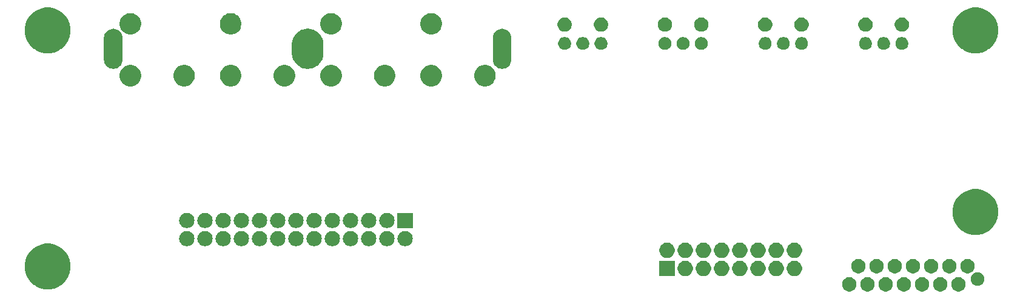
<source format=gbr>
G04 #@! TF.GenerationSoftware,KiCad,Pcbnew,(5.1.2-1)-1*
G04 #@! TF.CreationDate,2019-07-24T21:32:52+02:00*
G04 #@! TF.ProjectId,AddOnB,4164644f-6e42-42e6-9b69-6361645f7063,rev?*
G04 #@! TF.SameCoordinates,Original*
G04 #@! TF.FileFunction,Soldermask,Top*
G04 #@! TF.FilePolarity,Negative*
%FSLAX46Y46*%
G04 Gerber Fmt 4.6, Leading zero omitted, Abs format (unit mm)*
G04 Created by KiCad (PCBNEW (5.1.2-1)-1) date 2019-07-24 21:32:52*
%MOMM*%
%LPD*%
G04 APERTURE LIST*
%ADD10C,0.100000*%
G04 APERTURE END LIST*
D10*
G36*
X335672290Y49269381D02*
G01*
X335736689Y49256571D01*
X335918678Y49181189D01*
X336082463Y49071751D01*
X336221751Y48932463D01*
X336331189Y48768678D01*
X336335655Y48757895D01*
X336406571Y48586688D01*
X336437856Y48429410D01*
X336445000Y48393491D01*
X336445000Y48196509D01*
X336406571Y48003311D01*
X336331189Y47821322D01*
X336221751Y47657537D01*
X336082463Y47518249D01*
X335918678Y47408811D01*
X335736689Y47333429D01*
X335672290Y47320619D01*
X335543493Y47295000D01*
X335346507Y47295000D01*
X335217710Y47320619D01*
X335153311Y47333429D01*
X334971322Y47408811D01*
X334807537Y47518249D01*
X334668249Y47657537D01*
X334558811Y47821322D01*
X334483429Y48003311D01*
X334445000Y48196509D01*
X334445000Y48393491D01*
X334452145Y48429410D01*
X334483429Y48586688D01*
X334554345Y48757895D01*
X334558811Y48768678D01*
X334668249Y48932463D01*
X334807537Y49071751D01*
X334971322Y49181189D01*
X335153311Y49256571D01*
X335217710Y49269381D01*
X335346507Y49295000D01*
X335543493Y49295000D01*
X335672290Y49269381D01*
X335672290Y49269381D01*
G37*
G36*
X333132290Y49269381D02*
G01*
X333196689Y49256571D01*
X333378678Y49181189D01*
X333542463Y49071751D01*
X333681751Y48932463D01*
X333791189Y48768678D01*
X333795655Y48757895D01*
X333866571Y48586688D01*
X333897856Y48429410D01*
X333905000Y48393491D01*
X333905000Y48196509D01*
X333866571Y48003311D01*
X333791189Y47821322D01*
X333681751Y47657537D01*
X333542463Y47518249D01*
X333378678Y47408811D01*
X333196689Y47333429D01*
X333132290Y47320619D01*
X333003493Y47295000D01*
X332806507Y47295000D01*
X332677710Y47320619D01*
X332613311Y47333429D01*
X332431322Y47408811D01*
X332267537Y47518249D01*
X332128249Y47657537D01*
X332018811Y47821322D01*
X331943429Y48003311D01*
X331905000Y48196509D01*
X331905000Y48393491D01*
X331912145Y48429410D01*
X331943429Y48586688D01*
X332014345Y48757895D01*
X332018811Y48768678D01*
X332128249Y48932463D01*
X332267537Y49071751D01*
X332431322Y49181189D01*
X332613311Y49256571D01*
X332677710Y49269381D01*
X332806507Y49295000D01*
X333003493Y49295000D01*
X333132290Y49269381D01*
X333132290Y49269381D01*
G37*
G36*
X330592290Y49269381D02*
G01*
X330656689Y49256571D01*
X330838678Y49181189D01*
X331002463Y49071751D01*
X331141751Y48932463D01*
X331251189Y48768678D01*
X331255655Y48757895D01*
X331326571Y48586688D01*
X331357856Y48429410D01*
X331365000Y48393491D01*
X331365000Y48196509D01*
X331326571Y48003311D01*
X331251189Y47821322D01*
X331141751Y47657537D01*
X331002463Y47518249D01*
X330838678Y47408811D01*
X330656689Y47333429D01*
X330592290Y47320619D01*
X330463493Y47295000D01*
X330266507Y47295000D01*
X330137710Y47320619D01*
X330073311Y47333429D01*
X329891322Y47408811D01*
X329727537Y47518249D01*
X329588249Y47657537D01*
X329478811Y47821322D01*
X329403429Y48003311D01*
X329365000Y48196509D01*
X329365000Y48393491D01*
X329372145Y48429410D01*
X329403429Y48586688D01*
X329474345Y48757895D01*
X329478811Y48768678D01*
X329588249Y48932463D01*
X329727537Y49071751D01*
X329891322Y49181189D01*
X330073311Y49256571D01*
X330137710Y49269381D01*
X330266507Y49295000D01*
X330463493Y49295000D01*
X330592290Y49269381D01*
X330592290Y49269381D01*
G37*
G36*
X328052290Y49269381D02*
G01*
X328116689Y49256571D01*
X328298678Y49181189D01*
X328462463Y49071751D01*
X328601751Y48932463D01*
X328711189Y48768678D01*
X328715655Y48757895D01*
X328786571Y48586688D01*
X328817856Y48429410D01*
X328825000Y48393491D01*
X328825000Y48196509D01*
X328786571Y48003311D01*
X328711189Y47821322D01*
X328601751Y47657537D01*
X328462463Y47518249D01*
X328298678Y47408811D01*
X328116689Y47333429D01*
X328052290Y47320619D01*
X327923493Y47295000D01*
X327726507Y47295000D01*
X327597710Y47320619D01*
X327533311Y47333429D01*
X327351322Y47408811D01*
X327187537Y47518249D01*
X327048249Y47657537D01*
X326938811Y47821322D01*
X326863429Y48003311D01*
X326825000Y48196509D01*
X326825000Y48393491D01*
X326832145Y48429410D01*
X326863429Y48586688D01*
X326934345Y48757895D01*
X326938811Y48768678D01*
X327048249Y48932463D01*
X327187537Y49071751D01*
X327351322Y49181189D01*
X327533311Y49256571D01*
X327597710Y49269381D01*
X327726507Y49295000D01*
X327923493Y49295000D01*
X328052290Y49269381D01*
X328052290Y49269381D01*
G37*
G36*
X325512290Y49269381D02*
G01*
X325576689Y49256571D01*
X325758678Y49181189D01*
X325922463Y49071751D01*
X326061751Y48932463D01*
X326171189Y48768678D01*
X326175655Y48757895D01*
X326246571Y48586688D01*
X326277856Y48429410D01*
X326285000Y48393491D01*
X326285000Y48196509D01*
X326246571Y48003311D01*
X326171189Y47821322D01*
X326061751Y47657537D01*
X325922463Y47518249D01*
X325758678Y47408811D01*
X325576689Y47333429D01*
X325512290Y47320619D01*
X325383493Y47295000D01*
X325186507Y47295000D01*
X325057710Y47320619D01*
X324993311Y47333429D01*
X324811322Y47408811D01*
X324647537Y47518249D01*
X324508249Y47657537D01*
X324398811Y47821322D01*
X324323429Y48003311D01*
X324285000Y48196509D01*
X324285000Y48393491D01*
X324292145Y48429410D01*
X324323429Y48586688D01*
X324394345Y48757895D01*
X324398811Y48768678D01*
X324508249Y48932463D01*
X324647537Y49071751D01*
X324811322Y49181189D01*
X324993311Y49256571D01*
X325057710Y49269381D01*
X325186507Y49295000D01*
X325383493Y49295000D01*
X325512290Y49269381D01*
X325512290Y49269381D01*
G37*
G36*
X322972290Y49269381D02*
G01*
X323036689Y49256571D01*
X323218678Y49181189D01*
X323382463Y49071751D01*
X323521751Y48932463D01*
X323631189Y48768678D01*
X323635655Y48757895D01*
X323706571Y48586688D01*
X323737856Y48429410D01*
X323745000Y48393491D01*
X323745000Y48196509D01*
X323706571Y48003311D01*
X323631189Y47821322D01*
X323521751Y47657537D01*
X323382463Y47518249D01*
X323218678Y47408811D01*
X323036689Y47333429D01*
X322972290Y47320619D01*
X322843493Y47295000D01*
X322646507Y47295000D01*
X322517710Y47320619D01*
X322453311Y47333429D01*
X322271322Y47408811D01*
X322107537Y47518249D01*
X321968249Y47657537D01*
X321858811Y47821322D01*
X321783429Y48003311D01*
X321745000Y48196509D01*
X321745000Y48393491D01*
X321752145Y48429410D01*
X321783429Y48586688D01*
X321854345Y48757895D01*
X321858811Y48768678D01*
X321968249Y48932463D01*
X322107537Y49071751D01*
X322271322Y49181189D01*
X322453311Y49256571D01*
X322517710Y49269381D01*
X322646507Y49295000D01*
X322843493Y49295000D01*
X322972290Y49269381D01*
X322972290Y49269381D01*
G37*
G36*
X320432290Y49269381D02*
G01*
X320496689Y49256571D01*
X320678678Y49181189D01*
X320842463Y49071751D01*
X320981751Y48932463D01*
X321091189Y48768678D01*
X321095655Y48757895D01*
X321166571Y48586688D01*
X321197856Y48429410D01*
X321205000Y48393491D01*
X321205000Y48196509D01*
X321166571Y48003311D01*
X321091189Y47821322D01*
X320981751Y47657537D01*
X320842463Y47518249D01*
X320678678Y47408811D01*
X320496689Y47333429D01*
X320432290Y47320619D01*
X320303493Y47295000D01*
X320106507Y47295000D01*
X319977710Y47320619D01*
X319913311Y47333429D01*
X319731322Y47408811D01*
X319567537Y47518249D01*
X319428249Y47657537D01*
X319318811Y47821322D01*
X319243429Y48003311D01*
X319205000Y48196509D01*
X319205000Y48393491D01*
X319212145Y48429410D01*
X319243429Y48586688D01*
X319314345Y48757895D01*
X319318811Y48768678D01*
X319428249Y48932463D01*
X319567537Y49071751D01*
X319731322Y49181189D01*
X319913311Y49256571D01*
X319977710Y49269381D01*
X320106507Y49295000D01*
X320303493Y49295000D01*
X320432290Y49269381D01*
X320432290Y49269381D01*
G37*
G36*
X209213404Y53877026D02*
G01*
X209795767Y53635804D01*
X209795768Y53635803D01*
X210319881Y53285602D01*
X210765602Y52839881D01*
X210951812Y52561198D01*
X211115804Y52315767D01*
X211357026Y51733404D01*
X211480000Y51115174D01*
X211480000Y50484826D01*
X211357026Y49866596D01*
X211115804Y49284233D01*
X211115803Y49284232D01*
X210765602Y48760119D01*
X210319881Y48314398D01*
X209976563Y48085000D01*
X209795767Y47964196D01*
X209213404Y47722974D01*
X208595174Y47600000D01*
X207964826Y47600000D01*
X207346596Y47722974D01*
X206764233Y47964196D01*
X206583437Y48085000D01*
X206240119Y48314398D01*
X205794398Y48760119D01*
X205444197Y49284232D01*
X205444196Y49284233D01*
X205202974Y49866596D01*
X205080000Y50484826D01*
X205080000Y51115174D01*
X205202974Y51733404D01*
X205444196Y52315767D01*
X205608188Y52561198D01*
X205794398Y52839881D01*
X206240119Y53285602D01*
X206764232Y53635803D01*
X206764233Y53635804D01*
X207346596Y53877026D01*
X207964826Y54000000D01*
X208595174Y54000000D01*
X209213404Y53877026D01*
X209213404Y53877026D01*
G37*
G36*
X338300336Y49966746D02*
G01*
X338392105Y49948492D01*
X338564994Y49876879D01*
X338720590Y49772913D01*
X338852913Y49640590D01*
X338956879Y49484994D01*
X339028492Y49312105D01*
X339028492Y49312104D01*
X339065000Y49128568D01*
X339065000Y48941432D01*
X339046746Y48849664D01*
X339028492Y48757895D01*
X338956879Y48585006D01*
X338852913Y48429410D01*
X338720590Y48297087D01*
X338564994Y48193121D01*
X338392105Y48121508D01*
X338300336Y48103254D01*
X338208568Y48085000D01*
X338021432Y48085000D01*
X337929664Y48103254D01*
X337837895Y48121508D01*
X337665006Y48193121D01*
X337509410Y48297087D01*
X337377087Y48429410D01*
X337273121Y48585006D01*
X337201508Y48757895D01*
X337183254Y48849664D01*
X337165000Y48941432D01*
X337165000Y49128568D01*
X337201508Y49312104D01*
X337201508Y49312105D01*
X337273121Y49484994D01*
X337377087Y49640590D01*
X337509410Y49772913D01*
X337665006Y49876879D01*
X337837895Y49948492D01*
X337929664Y49966746D01*
X338021432Y49985000D01*
X338208568Y49985000D01*
X338300336Y49966746D01*
X338300336Y49966746D01*
G37*
G36*
X295823600Y49461400D02*
G01*
X293696400Y49461400D01*
X293696400Y51588600D01*
X295823600Y51588600D01*
X295823600Y49461400D01*
X295823600Y49461400D01*
G37*
G36*
X297610240Y51547727D02*
G01*
X297803802Y51467551D01*
X297978005Y51351152D01*
X298126152Y51203005D01*
X298242551Y51028802D01*
X298322727Y50835240D01*
X298363600Y50629757D01*
X298363600Y50420243D01*
X298322727Y50214760D01*
X298242551Y50021198D01*
X298126152Y49846995D01*
X297978005Y49698848D01*
X297803802Y49582449D01*
X297610240Y49502273D01*
X297404757Y49461400D01*
X297195243Y49461400D01*
X296989760Y49502273D01*
X296796198Y49582449D01*
X296621995Y49698848D01*
X296473848Y49846995D01*
X296357449Y50021198D01*
X296277273Y50214760D01*
X296236400Y50420243D01*
X296236400Y50629757D01*
X296277273Y50835240D01*
X296357449Y51028802D01*
X296473848Y51203005D01*
X296621995Y51351152D01*
X296796198Y51467551D01*
X296989760Y51547727D01*
X297195243Y51588600D01*
X297404757Y51588600D01*
X297610240Y51547727D01*
X297610240Y51547727D01*
G37*
G36*
X300150240Y51547727D02*
G01*
X300343802Y51467551D01*
X300518005Y51351152D01*
X300666152Y51203005D01*
X300782551Y51028802D01*
X300862727Y50835240D01*
X300903600Y50629757D01*
X300903600Y50420243D01*
X300862727Y50214760D01*
X300782551Y50021198D01*
X300666152Y49846995D01*
X300518005Y49698848D01*
X300343802Y49582449D01*
X300150240Y49502273D01*
X299944757Y49461400D01*
X299735243Y49461400D01*
X299529760Y49502273D01*
X299336198Y49582449D01*
X299161995Y49698848D01*
X299013848Y49846995D01*
X298897449Y50021198D01*
X298817273Y50214760D01*
X298776400Y50420243D01*
X298776400Y50629757D01*
X298817273Y50835240D01*
X298897449Y51028802D01*
X299013848Y51203005D01*
X299161995Y51351152D01*
X299336198Y51467551D01*
X299529760Y51547727D01*
X299735243Y51588600D01*
X299944757Y51588600D01*
X300150240Y51547727D01*
X300150240Y51547727D01*
G37*
G36*
X302690240Y51547727D02*
G01*
X302883802Y51467551D01*
X303058005Y51351152D01*
X303206152Y51203005D01*
X303322551Y51028802D01*
X303402727Y50835240D01*
X303443600Y50629757D01*
X303443600Y50420243D01*
X303402727Y50214760D01*
X303322551Y50021198D01*
X303206152Y49846995D01*
X303058005Y49698848D01*
X302883802Y49582449D01*
X302690240Y49502273D01*
X302484757Y49461400D01*
X302275243Y49461400D01*
X302069760Y49502273D01*
X301876198Y49582449D01*
X301701995Y49698848D01*
X301553848Y49846995D01*
X301437449Y50021198D01*
X301357273Y50214760D01*
X301316400Y50420243D01*
X301316400Y50629757D01*
X301357273Y50835240D01*
X301437449Y51028802D01*
X301553848Y51203005D01*
X301701995Y51351152D01*
X301876198Y51467551D01*
X302069760Y51547727D01*
X302275243Y51588600D01*
X302484757Y51588600D01*
X302690240Y51547727D01*
X302690240Y51547727D01*
G37*
G36*
X305230240Y51547727D02*
G01*
X305423802Y51467551D01*
X305598005Y51351152D01*
X305746152Y51203005D01*
X305862551Y51028802D01*
X305942727Y50835240D01*
X305983600Y50629757D01*
X305983600Y50420243D01*
X305942727Y50214760D01*
X305862551Y50021198D01*
X305746152Y49846995D01*
X305598005Y49698848D01*
X305423802Y49582449D01*
X305230240Y49502273D01*
X305024757Y49461400D01*
X304815243Y49461400D01*
X304609760Y49502273D01*
X304416198Y49582449D01*
X304241995Y49698848D01*
X304093848Y49846995D01*
X303977449Y50021198D01*
X303897273Y50214760D01*
X303856400Y50420243D01*
X303856400Y50629757D01*
X303897273Y50835240D01*
X303977449Y51028802D01*
X304093848Y51203005D01*
X304241995Y51351152D01*
X304416198Y51467551D01*
X304609760Y51547727D01*
X304815243Y51588600D01*
X305024757Y51588600D01*
X305230240Y51547727D01*
X305230240Y51547727D01*
G37*
G36*
X307770240Y51547727D02*
G01*
X307963802Y51467551D01*
X308138005Y51351152D01*
X308286152Y51203005D01*
X308402551Y51028802D01*
X308482727Y50835240D01*
X308523600Y50629757D01*
X308523600Y50420243D01*
X308482727Y50214760D01*
X308402551Y50021198D01*
X308286152Y49846995D01*
X308138005Y49698848D01*
X307963802Y49582449D01*
X307770240Y49502273D01*
X307564757Y49461400D01*
X307355243Y49461400D01*
X307149760Y49502273D01*
X306956198Y49582449D01*
X306781995Y49698848D01*
X306633848Y49846995D01*
X306517449Y50021198D01*
X306437273Y50214760D01*
X306396400Y50420243D01*
X306396400Y50629757D01*
X306437273Y50835240D01*
X306517449Y51028802D01*
X306633848Y51203005D01*
X306781995Y51351152D01*
X306956198Y51467551D01*
X307149760Y51547727D01*
X307355243Y51588600D01*
X307564757Y51588600D01*
X307770240Y51547727D01*
X307770240Y51547727D01*
G37*
G36*
X310310240Y51547727D02*
G01*
X310503802Y51467551D01*
X310678005Y51351152D01*
X310826152Y51203005D01*
X310942551Y51028802D01*
X311022727Y50835240D01*
X311063600Y50629757D01*
X311063600Y50420243D01*
X311022727Y50214760D01*
X310942551Y50021198D01*
X310826152Y49846995D01*
X310678005Y49698848D01*
X310503802Y49582449D01*
X310310240Y49502273D01*
X310104757Y49461400D01*
X309895243Y49461400D01*
X309689760Y49502273D01*
X309496198Y49582449D01*
X309321995Y49698848D01*
X309173848Y49846995D01*
X309057449Y50021198D01*
X308977273Y50214760D01*
X308936400Y50420243D01*
X308936400Y50629757D01*
X308977273Y50835240D01*
X309057449Y51028802D01*
X309173848Y51203005D01*
X309321995Y51351152D01*
X309496198Y51467551D01*
X309689760Y51547727D01*
X309895243Y51588600D01*
X310104757Y51588600D01*
X310310240Y51547727D01*
X310310240Y51547727D01*
G37*
G36*
X312850240Y51547727D02*
G01*
X313043802Y51467551D01*
X313218005Y51351152D01*
X313366152Y51203005D01*
X313482551Y51028802D01*
X313562727Y50835240D01*
X313603600Y50629757D01*
X313603600Y50420243D01*
X313562727Y50214760D01*
X313482551Y50021198D01*
X313366152Y49846995D01*
X313218005Y49698848D01*
X313043802Y49582449D01*
X312850240Y49502273D01*
X312644757Y49461400D01*
X312435243Y49461400D01*
X312229760Y49502273D01*
X312036198Y49582449D01*
X311861995Y49698848D01*
X311713848Y49846995D01*
X311597449Y50021198D01*
X311517273Y50214760D01*
X311476400Y50420243D01*
X311476400Y50629757D01*
X311517273Y50835240D01*
X311597449Y51028802D01*
X311713848Y51203005D01*
X311861995Y51351152D01*
X312036198Y51467551D01*
X312229760Y51547727D01*
X312435243Y51588600D01*
X312644757Y51588600D01*
X312850240Y51547727D01*
X312850240Y51547727D01*
G37*
G36*
X329322290Y51809381D02*
G01*
X329386689Y51796571D01*
X329568678Y51721189D01*
X329732463Y51611751D01*
X329871751Y51472463D01*
X329981189Y51308678D01*
X330056571Y51126689D01*
X330056571Y51126688D01*
X330076042Y51028803D01*
X330095000Y50933491D01*
X330095000Y50736509D01*
X330056571Y50543311D01*
X329981189Y50361322D01*
X329871751Y50197537D01*
X329732463Y50058249D01*
X329568678Y49948811D01*
X329386689Y49873429D01*
X329322290Y49860619D01*
X329193493Y49835000D01*
X328996507Y49835000D01*
X328867710Y49860619D01*
X328803311Y49873429D01*
X328621322Y49948811D01*
X328457537Y50058249D01*
X328318249Y50197537D01*
X328208811Y50361322D01*
X328133429Y50543311D01*
X328095000Y50736509D01*
X328095000Y50933491D01*
X328113959Y51028803D01*
X328133429Y51126688D01*
X328133429Y51126689D01*
X328208811Y51308678D01*
X328318249Y51472463D01*
X328457537Y51611751D01*
X328621322Y51721189D01*
X328803311Y51796571D01*
X328867710Y51809381D01*
X328996507Y51835000D01*
X329193493Y51835000D01*
X329322290Y51809381D01*
X329322290Y51809381D01*
G37*
G36*
X336942290Y51809381D02*
G01*
X337006689Y51796571D01*
X337188678Y51721189D01*
X337352463Y51611751D01*
X337491751Y51472463D01*
X337601189Y51308678D01*
X337676571Y51126689D01*
X337676571Y51126688D01*
X337696042Y51028803D01*
X337715000Y50933491D01*
X337715000Y50736509D01*
X337676571Y50543311D01*
X337601189Y50361322D01*
X337491751Y50197537D01*
X337352463Y50058249D01*
X337188678Y49948811D01*
X337006689Y49873429D01*
X336942290Y49860619D01*
X336813493Y49835000D01*
X336616507Y49835000D01*
X336487710Y49860619D01*
X336423311Y49873429D01*
X336241322Y49948811D01*
X336077537Y50058249D01*
X335938249Y50197537D01*
X335828811Y50361322D01*
X335753429Y50543311D01*
X335715000Y50736509D01*
X335715000Y50933491D01*
X335733959Y51028803D01*
X335753429Y51126688D01*
X335753429Y51126689D01*
X335828811Y51308678D01*
X335938249Y51472463D01*
X336077537Y51611751D01*
X336241322Y51721189D01*
X336423311Y51796571D01*
X336487710Y51809381D01*
X336616507Y51835000D01*
X336813493Y51835000D01*
X336942290Y51809381D01*
X336942290Y51809381D01*
G37*
G36*
X334402290Y51809381D02*
G01*
X334466689Y51796571D01*
X334648678Y51721189D01*
X334812463Y51611751D01*
X334951751Y51472463D01*
X335061189Y51308678D01*
X335136571Y51126689D01*
X335136571Y51126688D01*
X335156042Y51028803D01*
X335175000Y50933491D01*
X335175000Y50736509D01*
X335136571Y50543311D01*
X335061189Y50361322D01*
X334951751Y50197537D01*
X334812463Y50058249D01*
X334648678Y49948811D01*
X334466689Y49873429D01*
X334402290Y49860619D01*
X334273493Y49835000D01*
X334076507Y49835000D01*
X333947710Y49860619D01*
X333883311Y49873429D01*
X333701322Y49948811D01*
X333537537Y50058249D01*
X333398249Y50197537D01*
X333288811Y50361322D01*
X333213429Y50543311D01*
X333175000Y50736509D01*
X333175000Y50933491D01*
X333193959Y51028803D01*
X333213429Y51126688D01*
X333213429Y51126689D01*
X333288811Y51308678D01*
X333398249Y51472463D01*
X333537537Y51611751D01*
X333701322Y51721189D01*
X333883311Y51796571D01*
X333947710Y51809381D01*
X334076507Y51835000D01*
X334273493Y51835000D01*
X334402290Y51809381D01*
X334402290Y51809381D01*
G37*
G36*
X331862290Y51809381D02*
G01*
X331926689Y51796571D01*
X332108678Y51721189D01*
X332272463Y51611751D01*
X332411751Y51472463D01*
X332521189Y51308678D01*
X332596571Y51126689D01*
X332596571Y51126688D01*
X332616042Y51028803D01*
X332635000Y50933491D01*
X332635000Y50736509D01*
X332596571Y50543311D01*
X332521189Y50361322D01*
X332411751Y50197537D01*
X332272463Y50058249D01*
X332108678Y49948811D01*
X331926689Y49873429D01*
X331862290Y49860619D01*
X331733493Y49835000D01*
X331536507Y49835000D01*
X331407710Y49860619D01*
X331343311Y49873429D01*
X331161322Y49948811D01*
X330997537Y50058249D01*
X330858249Y50197537D01*
X330748811Y50361322D01*
X330673429Y50543311D01*
X330635000Y50736509D01*
X330635000Y50933491D01*
X330653959Y51028803D01*
X330673429Y51126688D01*
X330673429Y51126689D01*
X330748811Y51308678D01*
X330858249Y51472463D01*
X330997537Y51611751D01*
X331161322Y51721189D01*
X331343311Y51796571D01*
X331407710Y51809381D01*
X331536507Y51835000D01*
X331733493Y51835000D01*
X331862290Y51809381D01*
X331862290Y51809381D01*
G37*
G36*
X326782290Y51809381D02*
G01*
X326846689Y51796571D01*
X327028678Y51721189D01*
X327192463Y51611751D01*
X327331751Y51472463D01*
X327441189Y51308678D01*
X327516571Y51126689D01*
X327516571Y51126688D01*
X327536042Y51028803D01*
X327555000Y50933491D01*
X327555000Y50736509D01*
X327516571Y50543311D01*
X327441189Y50361322D01*
X327331751Y50197537D01*
X327192463Y50058249D01*
X327028678Y49948811D01*
X326846689Y49873429D01*
X326782290Y49860619D01*
X326653493Y49835000D01*
X326456507Y49835000D01*
X326327710Y49860619D01*
X326263311Y49873429D01*
X326081322Y49948811D01*
X325917537Y50058249D01*
X325778249Y50197537D01*
X325668811Y50361322D01*
X325593429Y50543311D01*
X325555000Y50736509D01*
X325555000Y50933491D01*
X325573959Y51028803D01*
X325593429Y51126688D01*
X325593429Y51126689D01*
X325668811Y51308678D01*
X325778249Y51472463D01*
X325917537Y51611751D01*
X326081322Y51721189D01*
X326263311Y51796571D01*
X326327710Y51809381D01*
X326456507Y51835000D01*
X326653493Y51835000D01*
X326782290Y51809381D01*
X326782290Y51809381D01*
G37*
G36*
X324242290Y51809381D02*
G01*
X324306689Y51796571D01*
X324488678Y51721189D01*
X324652463Y51611751D01*
X324791751Y51472463D01*
X324901189Y51308678D01*
X324976571Y51126689D01*
X324976571Y51126688D01*
X324996042Y51028803D01*
X325015000Y50933491D01*
X325015000Y50736509D01*
X324976571Y50543311D01*
X324901189Y50361322D01*
X324791751Y50197537D01*
X324652463Y50058249D01*
X324488678Y49948811D01*
X324306689Y49873429D01*
X324242290Y49860619D01*
X324113493Y49835000D01*
X323916507Y49835000D01*
X323787710Y49860619D01*
X323723311Y49873429D01*
X323541322Y49948811D01*
X323377537Y50058249D01*
X323238249Y50197537D01*
X323128811Y50361322D01*
X323053429Y50543311D01*
X323015000Y50736509D01*
X323015000Y50933491D01*
X323033959Y51028803D01*
X323053429Y51126688D01*
X323053429Y51126689D01*
X323128811Y51308678D01*
X323238249Y51472463D01*
X323377537Y51611751D01*
X323541322Y51721189D01*
X323723311Y51796571D01*
X323787710Y51809381D01*
X323916507Y51835000D01*
X324113493Y51835000D01*
X324242290Y51809381D01*
X324242290Y51809381D01*
G37*
G36*
X321702290Y51809381D02*
G01*
X321766689Y51796571D01*
X321948678Y51721189D01*
X322112463Y51611751D01*
X322251751Y51472463D01*
X322361189Y51308678D01*
X322436571Y51126689D01*
X322436571Y51126688D01*
X322456042Y51028803D01*
X322475000Y50933491D01*
X322475000Y50736509D01*
X322436571Y50543311D01*
X322361189Y50361322D01*
X322251751Y50197537D01*
X322112463Y50058249D01*
X321948678Y49948811D01*
X321766689Y49873429D01*
X321702290Y49860619D01*
X321573493Y49835000D01*
X321376507Y49835000D01*
X321247710Y49860619D01*
X321183311Y49873429D01*
X321001322Y49948811D01*
X320837537Y50058249D01*
X320698249Y50197537D01*
X320588811Y50361322D01*
X320513429Y50543311D01*
X320475000Y50736509D01*
X320475000Y50933491D01*
X320493959Y51028803D01*
X320513429Y51126688D01*
X320513429Y51126689D01*
X320588811Y51308678D01*
X320698249Y51472463D01*
X320837537Y51611751D01*
X321001322Y51721189D01*
X321183311Y51796571D01*
X321247710Y51809381D01*
X321376507Y51835000D01*
X321573493Y51835000D01*
X321702290Y51809381D01*
X321702290Y51809381D01*
G37*
G36*
X295070240Y54087727D02*
G01*
X295263802Y54007551D01*
X295438005Y53891152D01*
X295586152Y53743005D01*
X295702551Y53568802D01*
X295782727Y53375240D01*
X295823600Y53169757D01*
X295823600Y52960243D01*
X295782727Y52754760D01*
X295702551Y52561198D01*
X295586152Y52386995D01*
X295438005Y52238848D01*
X295263802Y52122449D01*
X295070240Y52042273D01*
X294864757Y52001400D01*
X294655243Y52001400D01*
X294449760Y52042273D01*
X294256198Y52122449D01*
X294081995Y52238848D01*
X293933848Y52386995D01*
X293817449Y52561198D01*
X293737273Y52754760D01*
X293696400Y52960243D01*
X293696400Y53169757D01*
X293737273Y53375240D01*
X293817449Y53568802D01*
X293933848Y53743005D01*
X294081995Y53891152D01*
X294256198Y54007551D01*
X294449760Y54087727D01*
X294655243Y54128600D01*
X294864757Y54128600D01*
X295070240Y54087727D01*
X295070240Y54087727D01*
G37*
G36*
X297610240Y54087727D02*
G01*
X297803802Y54007551D01*
X297978005Y53891152D01*
X298126152Y53743005D01*
X298242551Y53568802D01*
X298322727Y53375240D01*
X298363600Y53169757D01*
X298363600Y52960243D01*
X298322727Y52754760D01*
X298242551Y52561198D01*
X298126152Y52386995D01*
X297978005Y52238848D01*
X297803802Y52122449D01*
X297610240Y52042273D01*
X297404757Y52001400D01*
X297195243Y52001400D01*
X296989760Y52042273D01*
X296796198Y52122449D01*
X296621995Y52238848D01*
X296473848Y52386995D01*
X296357449Y52561198D01*
X296277273Y52754760D01*
X296236400Y52960243D01*
X296236400Y53169757D01*
X296277273Y53375240D01*
X296357449Y53568802D01*
X296473848Y53743005D01*
X296621995Y53891152D01*
X296796198Y54007551D01*
X296989760Y54087727D01*
X297195243Y54128600D01*
X297404757Y54128600D01*
X297610240Y54087727D01*
X297610240Y54087727D01*
G37*
G36*
X300150240Y54087727D02*
G01*
X300343802Y54007551D01*
X300518005Y53891152D01*
X300666152Y53743005D01*
X300782551Y53568802D01*
X300862727Y53375240D01*
X300903600Y53169757D01*
X300903600Y52960243D01*
X300862727Y52754760D01*
X300782551Y52561198D01*
X300666152Y52386995D01*
X300518005Y52238848D01*
X300343802Y52122449D01*
X300150240Y52042273D01*
X299944757Y52001400D01*
X299735243Y52001400D01*
X299529760Y52042273D01*
X299336198Y52122449D01*
X299161995Y52238848D01*
X299013848Y52386995D01*
X298897449Y52561198D01*
X298817273Y52754760D01*
X298776400Y52960243D01*
X298776400Y53169757D01*
X298817273Y53375240D01*
X298897449Y53568802D01*
X299013848Y53743005D01*
X299161995Y53891152D01*
X299336198Y54007551D01*
X299529760Y54087727D01*
X299735243Y54128600D01*
X299944757Y54128600D01*
X300150240Y54087727D01*
X300150240Y54087727D01*
G37*
G36*
X302690240Y54087727D02*
G01*
X302883802Y54007551D01*
X303058005Y53891152D01*
X303206152Y53743005D01*
X303322551Y53568802D01*
X303402727Y53375240D01*
X303443600Y53169757D01*
X303443600Y52960243D01*
X303402727Y52754760D01*
X303322551Y52561198D01*
X303206152Y52386995D01*
X303058005Y52238848D01*
X302883802Y52122449D01*
X302690240Y52042273D01*
X302484757Y52001400D01*
X302275243Y52001400D01*
X302069760Y52042273D01*
X301876198Y52122449D01*
X301701995Y52238848D01*
X301553848Y52386995D01*
X301437449Y52561198D01*
X301357273Y52754760D01*
X301316400Y52960243D01*
X301316400Y53169757D01*
X301357273Y53375240D01*
X301437449Y53568802D01*
X301553848Y53743005D01*
X301701995Y53891152D01*
X301876198Y54007551D01*
X302069760Y54087727D01*
X302275243Y54128600D01*
X302484757Y54128600D01*
X302690240Y54087727D01*
X302690240Y54087727D01*
G37*
G36*
X305230240Y54087727D02*
G01*
X305423802Y54007551D01*
X305598005Y53891152D01*
X305746152Y53743005D01*
X305862551Y53568802D01*
X305942727Y53375240D01*
X305983600Y53169757D01*
X305983600Y52960243D01*
X305942727Y52754760D01*
X305862551Y52561198D01*
X305746152Y52386995D01*
X305598005Y52238848D01*
X305423802Y52122449D01*
X305230240Y52042273D01*
X305024757Y52001400D01*
X304815243Y52001400D01*
X304609760Y52042273D01*
X304416198Y52122449D01*
X304241995Y52238848D01*
X304093848Y52386995D01*
X303977449Y52561198D01*
X303897273Y52754760D01*
X303856400Y52960243D01*
X303856400Y53169757D01*
X303897273Y53375240D01*
X303977449Y53568802D01*
X304093848Y53743005D01*
X304241995Y53891152D01*
X304416198Y54007551D01*
X304609760Y54087727D01*
X304815243Y54128600D01*
X305024757Y54128600D01*
X305230240Y54087727D01*
X305230240Y54087727D01*
G37*
G36*
X307770240Y54087727D02*
G01*
X307963802Y54007551D01*
X308138005Y53891152D01*
X308286152Y53743005D01*
X308402551Y53568802D01*
X308482727Y53375240D01*
X308523600Y53169757D01*
X308523600Y52960243D01*
X308482727Y52754760D01*
X308402551Y52561198D01*
X308286152Y52386995D01*
X308138005Y52238848D01*
X307963802Y52122449D01*
X307770240Y52042273D01*
X307564757Y52001400D01*
X307355243Y52001400D01*
X307149760Y52042273D01*
X306956198Y52122449D01*
X306781995Y52238848D01*
X306633848Y52386995D01*
X306517449Y52561198D01*
X306437273Y52754760D01*
X306396400Y52960243D01*
X306396400Y53169757D01*
X306437273Y53375240D01*
X306517449Y53568802D01*
X306633848Y53743005D01*
X306781995Y53891152D01*
X306956198Y54007551D01*
X307149760Y54087727D01*
X307355243Y54128600D01*
X307564757Y54128600D01*
X307770240Y54087727D01*
X307770240Y54087727D01*
G37*
G36*
X310310240Y54087727D02*
G01*
X310503802Y54007551D01*
X310678005Y53891152D01*
X310826152Y53743005D01*
X310942551Y53568802D01*
X311022727Y53375240D01*
X311063600Y53169757D01*
X311063600Y52960243D01*
X311022727Y52754760D01*
X310942551Y52561198D01*
X310826152Y52386995D01*
X310678005Y52238848D01*
X310503802Y52122449D01*
X310310240Y52042273D01*
X310104757Y52001400D01*
X309895243Y52001400D01*
X309689760Y52042273D01*
X309496198Y52122449D01*
X309321995Y52238848D01*
X309173848Y52386995D01*
X309057449Y52561198D01*
X308977273Y52754760D01*
X308936400Y52960243D01*
X308936400Y53169757D01*
X308977273Y53375240D01*
X309057449Y53568802D01*
X309173848Y53743005D01*
X309321995Y53891152D01*
X309496198Y54007551D01*
X309689760Y54087727D01*
X309895243Y54128600D01*
X310104757Y54128600D01*
X310310240Y54087727D01*
X310310240Y54087727D01*
G37*
G36*
X312850240Y54087727D02*
G01*
X313043802Y54007551D01*
X313218005Y53891152D01*
X313366152Y53743005D01*
X313482551Y53568802D01*
X313562727Y53375240D01*
X313603600Y53169757D01*
X313603600Y52960243D01*
X313562727Y52754760D01*
X313482551Y52561198D01*
X313366152Y52386995D01*
X313218005Y52238848D01*
X313043802Y52122449D01*
X312850240Y52042273D01*
X312644757Y52001400D01*
X312435243Y52001400D01*
X312229760Y52042273D01*
X312036198Y52122449D01*
X311861995Y52238848D01*
X311713848Y52386995D01*
X311597449Y52561198D01*
X311517273Y52754760D01*
X311476400Y52960243D01*
X311476400Y53169757D01*
X311517273Y53375240D01*
X311597449Y53568802D01*
X311713848Y53743005D01*
X311861995Y53891152D01*
X312036198Y54007551D01*
X312229760Y54087727D01*
X312435243Y54128600D01*
X312644757Y54128600D01*
X312850240Y54087727D01*
X312850240Y54087727D01*
G37*
G36*
X227918500Y55758211D02*
G01*
X228118994Y55697392D01*
X228303759Y55598633D01*
X228303762Y55598631D01*
X228303763Y55598630D01*
X228465718Y55465718D01*
X228598630Y55303763D01*
X228598633Y55303759D01*
X228697392Y55118994D01*
X228758211Y54918500D01*
X228778746Y54710000D01*
X228758211Y54501500D01*
X228697392Y54301006D01*
X228598633Y54116241D01*
X228598631Y54116238D01*
X228598630Y54116237D01*
X228465718Y53954282D01*
X228303763Y53821370D01*
X228303759Y53821367D01*
X228118994Y53722608D01*
X227918500Y53661789D01*
X227762251Y53646400D01*
X227657749Y53646400D01*
X227501500Y53661789D01*
X227301006Y53722608D01*
X227116241Y53821367D01*
X227116237Y53821370D01*
X226954282Y53954282D01*
X226821370Y54116237D01*
X226821369Y54116238D01*
X226821367Y54116241D01*
X226722608Y54301006D01*
X226661789Y54501500D01*
X226641254Y54710000D01*
X226661789Y54918500D01*
X226722608Y55118994D01*
X226821367Y55303759D01*
X226821370Y55303763D01*
X226954282Y55465718D01*
X227116237Y55598630D01*
X227116238Y55598631D01*
X227116241Y55598633D01*
X227301006Y55697392D01*
X227501500Y55758211D01*
X227657749Y55773600D01*
X227762251Y55773600D01*
X227918500Y55758211D01*
X227918500Y55758211D01*
G37*
G36*
X230458500Y55758211D02*
G01*
X230658994Y55697392D01*
X230843759Y55598633D01*
X230843762Y55598631D01*
X230843763Y55598630D01*
X231005718Y55465718D01*
X231138630Y55303763D01*
X231138633Y55303759D01*
X231237392Y55118994D01*
X231298211Y54918500D01*
X231318746Y54710000D01*
X231298211Y54501500D01*
X231237392Y54301006D01*
X231138633Y54116241D01*
X231138631Y54116238D01*
X231138630Y54116237D01*
X231005718Y53954282D01*
X230843763Y53821370D01*
X230843759Y53821367D01*
X230658994Y53722608D01*
X230458500Y53661789D01*
X230302251Y53646400D01*
X230197749Y53646400D01*
X230041500Y53661789D01*
X229841006Y53722608D01*
X229656241Y53821367D01*
X229656237Y53821370D01*
X229494282Y53954282D01*
X229361370Y54116237D01*
X229361369Y54116238D01*
X229361367Y54116241D01*
X229262608Y54301006D01*
X229201789Y54501500D01*
X229181254Y54710000D01*
X229201789Y54918500D01*
X229262608Y55118994D01*
X229361367Y55303759D01*
X229361370Y55303763D01*
X229494282Y55465718D01*
X229656237Y55598630D01*
X229656238Y55598631D01*
X229656241Y55598633D01*
X229841006Y55697392D01*
X230041500Y55758211D01*
X230197749Y55773600D01*
X230302251Y55773600D01*
X230458500Y55758211D01*
X230458500Y55758211D01*
G37*
G36*
X232998500Y55758211D02*
G01*
X233198994Y55697392D01*
X233383759Y55598633D01*
X233383762Y55598631D01*
X233383763Y55598630D01*
X233545718Y55465718D01*
X233678630Y55303763D01*
X233678633Y55303759D01*
X233777392Y55118994D01*
X233838211Y54918500D01*
X233858746Y54710000D01*
X233838211Y54501500D01*
X233777392Y54301006D01*
X233678633Y54116241D01*
X233678631Y54116238D01*
X233678630Y54116237D01*
X233545718Y53954282D01*
X233383763Y53821370D01*
X233383759Y53821367D01*
X233198994Y53722608D01*
X232998500Y53661789D01*
X232842251Y53646400D01*
X232737749Y53646400D01*
X232581500Y53661789D01*
X232381006Y53722608D01*
X232196241Y53821367D01*
X232196237Y53821370D01*
X232034282Y53954282D01*
X231901370Y54116237D01*
X231901369Y54116238D01*
X231901367Y54116241D01*
X231802608Y54301006D01*
X231741789Y54501500D01*
X231721254Y54710000D01*
X231741789Y54918500D01*
X231802608Y55118994D01*
X231901367Y55303759D01*
X231901370Y55303763D01*
X232034282Y55465718D01*
X232196237Y55598630D01*
X232196238Y55598631D01*
X232196241Y55598633D01*
X232381006Y55697392D01*
X232581500Y55758211D01*
X232737749Y55773600D01*
X232842251Y55773600D01*
X232998500Y55758211D01*
X232998500Y55758211D01*
G37*
G36*
X235538500Y55758211D02*
G01*
X235738994Y55697392D01*
X235923759Y55598633D01*
X235923762Y55598631D01*
X235923763Y55598630D01*
X236085718Y55465718D01*
X236218630Y55303763D01*
X236218633Y55303759D01*
X236317392Y55118994D01*
X236378211Y54918500D01*
X236398746Y54710000D01*
X236378211Y54501500D01*
X236317392Y54301006D01*
X236218633Y54116241D01*
X236218631Y54116238D01*
X236218630Y54116237D01*
X236085718Y53954282D01*
X235923763Y53821370D01*
X235923759Y53821367D01*
X235738994Y53722608D01*
X235538500Y53661789D01*
X235382251Y53646400D01*
X235277749Y53646400D01*
X235121500Y53661789D01*
X234921006Y53722608D01*
X234736241Y53821367D01*
X234736237Y53821370D01*
X234574282Y53954282D01*
X234441370Y54116237D01*
X234441369Y54116238D01*
X234441367Y54116241D01*
X234342608Y54301006D01*
X234281789Y54501500D01*
X234261254Y54710000D01*
X234281789Y54918500D01*
X234342608Y55118994D01*
X234441367Y55303759D01*
X234441370Y55303763D01*
X234574282Y55465718D01*
X234736237Y55598630D01*
X234736238Y55598631D01*
X234736241Y55598633D01*
X234921006Y55697392D01*
X235121500Y55758211D01*
X235277749Y55773600D01*
X235382251Y55773600D01*
X235538500Y55758211D01*
X235538500Y55758211D01*
G37*
G36*
X238078500Y55758211D02*
G01*
X238278994Y55697392D01*
X238463759Y55598633D01*
X238463762Y55598631D01*
X238463763Y55598630D01*
X238625718Y55465718D01*
X238758630Y55303763D01*
X238758633Y55303759D01*
X238857392Y55118994D01*
X238918211Y54918500D01*
X238938746Y54710000D01*
X238918211Y54501500D01*
X238857392Y54301006D01*
X238758633Y54116241D01*
X238758631Y54116238D01*
X238758630Y54116237D01*
X238625718Y53954282D01*
X238463763Y53821370D01*
X238463759Y53821367D01*
X238278994Y53722608D01*
X238078500Y53661789D01*
X237922251Y53646400D01*
X237817749Y53646400D01*
X237661500Y53661789D01*
X237461006Y53722608D01*
X237276241Y53821367D01*
X237276237Y53821370D01*
X237114282Y53954282D01*
X236981370Y54116237D01*
X236981369Y54116238D01*
X236981367Y54116241D01*
X236882608Y54301006D01*
X236821789Y54501500D01*
X236801254Y54710000D01*
X236821789Y54918500D01*
X236882608Y55118994D01*
X236981367Y55303759D01*
X236981370Y55303763D01*
X237114282Y55465718D01*
X237276237Y55598630D01*
X237276238Y55598631D01*
X237276241Y55598633D01*
X237461006Y55697392D01*
X237661500Y55758211D01*
X237817749Y55773600D01*
X237922251Y55773600D01*
X238078500Y55758211D01*
X238078500Y55758211D01*
G37*
G36*
X240618500Y55758211D02*
G01*
X240818994Y55697392D01*
X241003759Y55598633D01*
X241003762Y55598631D01*
X241003763Y55598630D01*
X241165718Y55465718D01*
X241298630Y55303763D01*
X241298633Y55303759D01*
X241397392Y55118994D01*
X241458211Y54918500D01*
X241478746Y54710000D01*
X241458211Y54501500D01*
X241397392Y54301006D01*
X241298633Y54116241D01*
X241298631Y54116238D01*
X241298630Y54116237D01*
X241165718Y53954282D01*
X241003763Y53821370D01*
X241003759Y53821367D01*
X240818994Y53722608D01*
X240618500Y53661789D01*
X240462251Y53646400D01*
X240357749Y53646400D01*
X240201500Y53661789D01*
X240001006Y53722608D01*
X239816241Y53821367D01*
X239816237Y53821370D01*
X239654282Y53954282D01*
X239521370Y54116237D01*
X239521369Y54116238D01*
X239521367Y54116241D01*
X239422608Y54301006D01*
X239361789Y54501500D01*
X239341254Y54710000D01*
X239361789Y54918500D01*
X239422608Y55118994D01*
X239521367Y55303759D01*
X239521370Y55303763D01*
X239654282Y55465718D01*
X239816237Y55598630D01*
X239816238Y55598631D01*
X239816241Y55598633D01*
X240001006Y55697392D01*
X240201500Y55758211D01*
X240357749Y55773600D01*
X240462251Y55773600D01*
X240618500Y55758211D01*
X240618500Y55758211D01*
G37*
G36*
X255858500Y55758211D02*
G01*
X256058994Y55697392D01*
X256243759Y55598633D01*
X256243762Y55598631D01*
X256243763Y55598630D01*
X256405718Y55465718D01*
X256538630Y55303763D01*
X256538633Y55303759D01*
X256637392Y55118994D01*
X256698211Y54918500D01*
X256718746Y54710000D01*
X256698211Y54501500D01*
X256637392Y54301006D01*
X256538633Y54116241D01*
X256538631Y54116238D01*
X256538630Y54116237D01*
X256405718Y53954282D01*
X256243763Y53821370D01*
X256243759Y53821367D01*
X256058994Y53722608D01*
X255858500Y53661789D01*
X255702251Y53646400D01*
X255597749Y53646400D01*
X255441500Y53661789D01*
X255241006Y53722608D01*
X255056241Y53821367D01*
X255056237Y53821370D01*
X254894282Y53954282D01*
X254761370Y54116237D01*
X254761369Y54116238D01*
X254761367Y54116241D01*
X254662608Y54301006D01*
X254601789Y54501500D01*
X254581254Y54710000D01*
X254601789Y54918500D01*
X254662608Y55118994D01*
X254761367Y55303759D01*
X254761370Y55303763D01*
X254894282Y55465718D01*
X255056237Y55598630D01*
X255056238Y55598631D01*
X255056241Y55598633D01*
X255241006Y55697392D01*
X255441500Y55758211D01*
X255597749Y55773600D01*
X255702251Y55773600D01*
X255858500Y55758211D01*
X255858500Y55758211D01*
G37*
G36*
X258398500Y55758211D02*
G01*
X258598994Y55697392D01*
X258783759Y55598633D01*
X258783762Y55598631D01*
X258783763Y55598630D01*
X258945718Y55465718D01*
X259078630Y55303763D01*
X259078633Y55303759D01*
X259177392Y55118994D01*
X259238211Y54918500D01*
X259258746Y54710000D01*
X259238211Y54501500D01*
X259177392Y54301006D01*
X259078633Y54116241D01*
X259078631Y54116238D01*
X259078630Y54116237D01*
X258945718Y53954282D01*
X258783763Y53821370D01*
X258783759Y53821367D01*
X258598994Y53722608D01*
X258398500Y53661789D01*
X258242251Y53646400D01*
X258137749Y53646400D01*
X257981500Y53661789D01*
X257781006Y53722608D01*
X257596241Y53821367D01*
X257596237Y53821370D01*
X257434282Y53954282D01*
X257301370Y54116237D01*
X257301369Y54116238D01*
X257301367Y54116241D01*
X257202608Y54301006D01*
X257141789Y54501500D01*
X257121254Y54710000D01*
X257141789Y54918500D01*
X257202608Y55118994D01*
X257301367Y55303759D01*
X257301370Y55303763D01*
X257434282Y55465718D01*
X257596237Y55598630D01*
X257596238Y55598631D01*
X257596241Y55598633D01*
X257781006Y55697392D01*
X257981500Y55758211D01*
X258137749Y55773600D01*
X258242251Y55773600D01*
X258398500Y55758211D01*
X258398500Y55758211D01*
G37*
G36*
X243158500Y55758211D02*
G01*
X243358994Y55697392D01*
X243543759Y55598633D01*
X243543762Y55598631D01*
X243543763Y55598630D01*
X243705718Y55465718D01*
X243838630Y55303763D01*
X243838633Y55303759D01*
X243937392Y55118994D01*
X243998211Y54918500D01*
X244018746Y54710000D01*
X243998211Y54501500D01*
X243937392Y54301006D01*
X243838633Y54116241D01*
X243838631Y54116238D01*
X243838630Y54116237D01*
X243705718Y53954282D01*
X243543763Y53821370D01*
X243543759Y53821367D01*
X243358994Y53722608D01*
X243158500Y53661789D01*
X243002251Y53646400D01*
X242897749Y53646400D01*
X242741500Y53661789D01*
X242541006Y53722608D01*
X242356241Y53821367D01*
X242356237Y53821370D01*
X242194282Y53954282D01*
X242061370Y54116237D01*
X242061369Y54116238D01*
X242061367Y54116241D01*
X241962608Y54301006D01*
X241901789Y54501500D01*
X241881254Y54710000D01*
X241901789Y54918500D01*
X241962608Y55118994D01*
X242061367Y55303759D01*
X242061370Y55303763D01*
X242194282Y55465718D01*
X242356237Y55598630D01*
X242356238Y55598631D01*
X242356241Y55598633D01*
X242541006Y55697392D01*
X242741500Y55758211D01*
X242897749Y55773600D01*
X243002251Y55773600D01*
X243158500Y55758211D01*
X243158500Y55758211D01*
G37*
G36*
X250778500Y55758211D02*
G01*
X250978994Y55697392D01*
X251163759Y55598633D01*
X251163762Y55598631D01*
X251163763Y55598630D01*
X251325718Y55465718D01*
X251458630Y55303763D01*
X251458633Y55303759D01*
X251557392Y55118994D01*
X251618211Y54918500D01*
X251638746Y54710000D01*
X251618211Y54501500D01*
X251557392Y54301006D01*
X251458633Y54116241D01*
X251458631Y54116238D01*
X251458630Y54116237D01*
X251325718Y53954282D01*
X251163763Y53821370D01*
X251163759Y53821367D01*
X250978994Y53722608D01*
X250778500Y53661789D01*
X250622251Y53646400D01*
X250517749Y53646400D01*
X250361500Y53661789D01*
X250161006Y53722608D01*
X249976241Y53821367D01*
X249976237Y53821370D01*
X249814282Y53954282D01*
X249681370Y54116237D01*
X249681369Y54116238D01*
X249681367Y54116241D01*
X249582608Y54301006D01*
X249521789Y54501500D01*
X249501254Y54710000D01*
X249521789Y54918500D01*
X249582608Y55118994D01*
X249681367Y55303759D01*
X249681370Y55303763D01*
X249814282Y55465718D01*
X249976237Y55598630D01*
X249976238Y55598631D01*
X249976241Y55598633D01*
X250161006Y55697392D01*
X250361500Y55758211D01*
X250517749Y55773600D01*
X250622251Y55773600D01*
X250778500Y55758211D01*
X250778500Y55758211D01*
G37*
G36*
X248238500Y55758211D02*
G01*
X248438994Y55697392D01*
X248623759Y55598633D01*
X248623762Y55598631D01*
X248623763Y55598630D01*
X248785718Y55465718D01*
X248918630Y55303763D01*
X248918633Y55303759D01*
X249017392Y55118994D01*
X249078211Y54918500D01*
X249098746Y54710000D01*
X249078211Y54501500D01*
X249017392Y54301006D01*
X248918633Y54116241D01*
X248918631Y54116238D01*
X248918630Y54116237D01*
X248785718Y53954282D01*
X248623763Y53821370D01*
X248623759Y53821367D01*
X248438994Y53722608D01*
X248238500Y53661789D01*
X248082251Y53646400D01*
X247977749Y53646400D01*
X247821500Y53661789D01*
X247621006Y53722608D01*
X247436241Y53821367D01*
X247436237Y53821370D01*
X247274282Y53954282D01*
X247141370Y54116237D01*
X247141369Y54116238D01*
X247141367Y54116241D01*
X247042608Y54301006D01*
X246981789Y54501500D01*
X246961254Y54710000D01*
X246981789Y54918500D01*
X247042608Y55118994D01*
X247141367Y55303759D01*
X247141370Y55303763D01*
X247274282Y55465718D01*
X247436237Y55598630D01*
X247436238Y55598631D01*
X247436241Y55598633D01*
X247621006Y55697392D01*
X247821500Y55758211D01*
X247977749Y55773600D01*
X248082251Y55773600D01*
X248238500Y55758211D01*
X248238500Y55758211D01*
G37*
G36*
X245698500Y55758211D02*
G01*
X245898994Y55697392D01*
X246083759Y55598633D01*
X246083762Y55598631D01*
X246083763Y55598630D01*
X246245718Y55465718D01*
X246378630Y55303763D01*
X246378633Y55303759D01*
X246477392Y55118994D01*
X246538211Y54918500D01*
X246558746Y54710000D01*
X246538211Y54501500D01*
X246477392Y54301006D01*
X246378633Y54116241D01*
X246378631Y54116238D01*
X246378630Y54116237D01*
X246245718Y53954282D01*
X246083763Y53821370D01*
X246083759Y53821367D01*
X245898994Y53722608D01*
X245698500Y53661789D01*
X245542251Y53646400D01*
X245437749Y53646400D01*
X245281500Y53661789D01*
X245081006Y53722608D01*
X244896241Y53821367D01*
X244896237Y53821370D01*
X244734282Y53954282D01*
X244601370Y54116237D01*
X244601369Y54116238D01*
X244601367Y54116241D01*
X244502608Y54301006D01*
X244441789Y54501500D01*
X244421254Y54710000D01*
X244441789Y54918500D01*
X244502608Y55118994D01*
X244601367Y55303759D01*
X244601370Y55303763D01*
X244734282Y55465718D01*
X244896237Y55598630D01*
X244896238Y55598631D01*
X244896241Y55598633D01*
X245081006Y55697392D01*
X245281500Y55758211D01*
X245437749Y55773600D01*
X245542251Y55773600D01*
X245698500Y55758211D01*
X245698500Y55758211D01*
G37*
G36*
X253318500Y55758211D02*
G01*
X253518994Y55697392D01*
X253703759Y55598633D01*
X253703762Y55598631D01*
X253703763Y55598630D01*
X253865718Y55465718D01*
X253998630Y55303763D01*
X253998633Y55303759D01*
X254097392Y55118994D01*
X254158211Y54918500D01*
X254178746Y54710000D01*
X254158211Y54501500D01*
X254097392Y54301006D01*
X253998633Y54116241D01*
X253998631Y54116238D01*
X253998630Y54116237D01*
X253865718Y53954282D01*
X253703763Y53821370D01*
X253703759Y53821367D01*
X253518994Y53722608D01*
X253318500Y53661789D01*
X253162251Y53646400D01*
X253057749Y53646400D01*
X252901500Y53661789D01*
X252701006Y53722608D01*
X252516241Y53821367D01*
X252516237Y53821370D01*
X252354282Y53954282D01*
X252221370Y54116237D01*
X252221369Y54116238D01*
X252221367Y54116241D01*
X252122608Y54301006D01*
X252061789Y54501500D01*
X252041254Y54710000D01*
X252061789Y54918500D01*
X252122608Y55118994D01*
X252221367Y55303759D01*
X252221370Y55303763D01*
X252354282Y55465718D01*
X252516237Y55598630D01*
X252516238Y55598631D01*
X252516241Y55598633D01*
X252701006Y55697392D01*
X252901500Y55758211D01*
X253057749Y55773600D01*
X253162251Y55773600D01*
X253318500Y55758211D01*
X253318500Y55758211D01*
G37*
G36*
X338753404Y61497026D02*
G01*
X339335767Y61255804D01*
X339335768Y61255803D01*
X339859881Y60905602D01*
X340305602Y60459881D01*
X340539599Y60109679D01*
X340655804Y59935767D01*
X340897026Y59353404D01*
X341020000Y58735174D01*
X341020000Y58104826D01*
X340897026Y57486596D01*
X340655804Y56904233D01*
X340655803Y56904232D01*
X340305602Y56380119D01*
X339859881Y55934398D01*
X339596198Y55758211D01*
X339335767Y55584196D01*
X338753404Y55342974D01*
X338135174Y55220000D01*
X337504826Y55220000D01*
X336886596Y55342974D01*
X336304233Y55584196D01*
X336043802Y55758211D01*
X335780119Y55934398D01*
X335334398Y56380119D01*
X334984197Y56904232D01*
X334984196Y56904233D01*
X334742974Y57486596D01*
X334620000Y58104826D01*
X334620000Y58735174D01*
X334742974Y59353404D01*
X334984196Y59935767D01*
X335100401Y60109679D01*
X335334398Y60459881D01*
X335780119Y60905602D01*
X336304232Y61255803D01*
X336304233Y61255804D01*
X336886596Y61497026D01*
X337504826Y61620000D01*
X338135174Y61620000D01*
X338753404Y61497026D01*
X338753404Y61497026D01*
G37*
G36*
X250778500Y58298211D02*
G01*
X250978994Y58237392D01*
X251163759Y58138633D01*
X251163762Y58138631D01*
X251163763Y58138630D01*
X251325718Y58005718D01*
X251458630Y57843763D01*
X251458633Y57843759D01*
X251557392Y57658994D01*
X251618211Y57458500D01*
X251638746Y57250000D01*
X251618211Y57041500D01*
X251557392Y56841006D01*
X251458633Y56656241D01*
X251458631Y56656238D01*
X251458630Y56656237D01*
X251325718Y56494282D01*
X251163763Y56361370D01*
X251163759Y56361367D01*
X250978994Y56262608D01*
X250778500Y56201789D01*
X250622251Y56186400D01*
X250517749Y56186400D01*
X250361500Y56201789D01*
X250161006Y56262608D01*
X249976241Y56361367D01*
X249976237Y56361370D01*
X249814282Y56494282D01*
X249681370Y56656237D01*
X249681369Y56656238D01*
X249681367Y56656241D01*
X249582608Y56841006D01*
X249521789Y57041500D01*
X249501254Y57250000D01*
X249521789Y57458500D01*
X249582608Y57658994D01*
X249681367Y57843759D01*
X249681370Y57843763D01*
X249814282Y58005718D01*
X249976237Y58138630D01*
X249976238Y58138631D01*
X249976241Y58138633D01*
X250161006Y58237392D01*
X250361500Y58298211D01*
X250517749Y58313600D01*
X250622251Y58313600D01*
X250778500Y58298211D01*
X250778500Y58298211D01*
G37*
G36*
X248238500Y58298211D02*
G01*
X248438994Y58237392D01*
X248623759Y58138633D01*
X248623762Y58138631D01*
X248623763Y58138630D01*
X248785718Y58005718D01*
X248918630Y57843763D01*
X248918633Y57843759D01*
X249017392Y57658994D01*
X249078211Y57458500D01*
X249098746Y57250000D01*
X249078211Y57041500D01*
X249017392Y56841006D01*
X248918633Y56656241D01*
X248918631Y56656238D01*
X248918630Y56656237D01*
X248785718Y56494282D01*
X248623763Y56361370D01*
X248623759Y56361367D01*
X248438994Y56262608D01*
X248238500Y56201789D01*
X248082251Y56186400D01*
X247977749Y56186400D01*
X247821500Y56201789D01*
X247621006Y56262608D01*
X247436241Y56361367D01*
X247436237Y56361370D01*
X247274282Y56494282D01*
X247141370Y56656237D01*
X247141369Y56656238D01*
X247141367Y56656241D01*
X247042608Y56841006D01*
X246981789Y57041500D01*
X246961254Y57250000D01*
X246981789Y57458500D01*
X247042608Y57658994D01*
X247141367Y57843759D01*
X247141370Y57843763D01*
X247274282Y58005718D01*
X247436237Y58138630D01*
X247436238Y58138631D01*
X247436241Y58138633D01*
X247621006Y58237392D01*
X247821500Y58298211D01*
X247977749Y58313600D01*
X248082251Y58313600D01*
X248238500Y58298211D01*
X248238500Y58298211D01*
G37*
G36*
X253318500Y58298211D02*
G01*
X253518994Y58237392D01*
X253703759Y58138633D01*
X253703762Y58138631D01*
X253703763Y58138630D01*
X253865718Y58005718D01*
X253998630Y57843763D01*
X253998633Y57843759D01*
X254097392Y57658994D01*
X254158211Y57458500D01*
X254178746Y57250000D01*
X254158211Y57041500D01*
X254097392Y56841006D01*
X253998633Y56656241D01*
X253998631Y56656238D01*
X253998630Y56656237D01*
X253865718Y56494282D01*
X253703763Y56361370D01*
X253703759Y56361367D01*
X253518994Y56262608D01*
X253318500Y56201789D01*
X253162251Y56186400D01*
X253057749Y56186400D01*
X252901500Y56201789D01*
X252701006Y56262608D01*
X252516241Y56361367D01*
X252516237Y56361370D01*
X252354282Y56494282D01*
X252221370Y56656237D01*
X252221369Y56656238D01*
X252221367Y56656241D01*
X252122608Y56841006D01*
X252061789Y57041500D01*
X252041254Y57250000D01*
X252061789Y57458500D01*
X252122608Y57658994D01*
X252221367Y57843759D01*
X252221370Y57843763D01*
X252354282Y58005718D01*
X252516237Y58138630D01*
X252516238Y58138631D01*
X252516241Y58138633D01*
X252701006Y58237392D01*
X252901500Y58298211D01*
X253057749Y58313600D01*
X253162251Y58313600D01*
X253318500Y58298211D01*
X253318500Y58298211D01*
G37*
G36*
X245698500Y58298211D02*
G01*
X245898994Y58237392D01*
X246083759Y58138633D01*
X246083762Y58138631D01*
X246083763Y58138630D01*
X246245718Y58005718D01*
X246378630Y57843763D01*
X246378633Y57843759D01*
X246477392Y57658994D01*
X246538211Y57458500D01*
X246558746Y57250000D01*
X246538211Y57041500D01*
X246477392Y56841006D01*
X246378633Y56656241D01*
X246378631Y56656238D01*
X246378630Y56656237D01*
X246245718Y56494282D01*
X246083763Y56361370D01*
X246083759Y56361367D01*
X245898994Y56262608D01*
X245698500Y56201789D01*
X245542251Y56186400D01*
X245437749Y56186400D01*
X245281500Y56201789D01*
X245081006Y56262608D01*
X244896241Y56361367D01*
X244896237Y56361370D01*
X244734282Y56494282D01*
X244601370Y56656237D01*
X244601369Y56656238D01*
X244601367Y56656241D01*
X244502608Y56841006D01*
X244441789Y57041500D01*
X244421254Y57250000D01*
X244441789Y57458500D01*
X244502608Y57658994D01*
X244601367Y57843759D01*
X244601370Y57843763D01*
X244734282Y58005718D01*
X244896237Y58138630D01*
X244896238Y58138631D01*
X244896241Y58138633D01*
X245081006Y58237392D01*
X245281500Y58298211D01*
X245437749Y58313600D01*
X245542251Y58313600D01*
X245698500Y58298211D01*
X245698500Y58298211D01*
G37*
G36*
X227918500Y58298211D02*
G01*
X228118994Y58237392D01*
X228303759Y58138633D01*
X228303762Y58138631D01*
X228303763Y58138630D01*
X228465718Y58005718D01*
X228598630Y57843763D01*
X228598633Y57843759D01*
X228697392Y57658994D01*
X228758211Y57458500D01*
X228778746Y57250000D01*
X228758211Y57041500D01*
X228697392Y56841006D01*
X228598633Y56656241D01*
X228598631Y56656238D01*
X228598630Y56656237D01*
X228465718Y56494282D01*
X228303763Y56361370D01*
X228303759Y56361367D01*
X228118994Y56262608D01*
X227918500Y56201789D01*
X227762251Y56186400D01*
X227657749Y56186400D01*
X227501500Y56201789D01*
X227301006Y56262608D01*
X227116241Y56361367D01*
X227116237Y56361370D01*
X226954282Y56494282D01*
X226821370Y56656237D01*
X226821369Y56656238D01*
X226821367Y56656241D01*
X226722608Y56841006D01*
X226661789Y57041500D01*
X226641254Y57250000D01*
X226661789Y57458500D01*
X226722608Y57658994D01*
X226821367Y57843759D01*
X226821370Y57843763D01*
X226954282Y58005718D01*
X227116237Y58138630D01*
X227116238Y58138631D01*
X227116241Y58138633D01*
X227301006Y58237392D01*
X227501500Y58298211D01*
X227657749Y58313600D01*
X227762251Y58313600D01*
X227918500Y58298211D01*
X227918500Y58298211D01*
G37*
G36*
X259253600Y56186400D02*
G01*
X257126400Y56186400D01*
X257126400Y58313600D01*
X259253600Y58313600D01*
X259253600Y56186400D01*
X259253600Y56186400D01*
G37*
G36*
X255858500Y58298211D02*
G01*
X256058994Y58237392D01*
X256243759Y58138633D01*
X256243762Y58138631D01*
X256243763Y58138630D01*
X256405718Y58005718D01*
X256538630Y57843763D01*
X256538633Y57843759D01*
X256637392Y57658994D01*
X256698211Y57458500D01*
X256718746Y57250000D01*
X256698211Y57041500D01*
X256637392Y56841006D01*
X256538633Y56656241D01*
X256538631Y56656238D01*
X256538630Y56656237D01*
X256405718Y56494282D01*
X256243763Y56361370D01*
X256243759Y56361367D01*
X256058994Y56262608D01*
X255858500Y56201789D01*
X255702251Y56186400D01*
X255597749Y56186400D01*
X255441500Y56201789D01*
X255241006Y56262608D01*
X255056241Y56361367D01*
X255056237Y56361370D01*
X254894282Y56494282D01*
X254761370Y56656237D01*
X254761369Y56656238D01*
X254761367Y56656241D01*
X254662608Y56841006D01*
X254601789Y57041500D01*
X254581254Y57250000D01*
X254601789Y57458500D01*
X254662608Y57658994D01*
X254761367Y57843759D01*
X254761370Y57843763D01*
X254894282Y58005718D01*
X255056237Y58138630D01*
X255056238Y58138631D01*
X255056241Y58138633D01*
X255241006Y58237392D01*
X255441500Y58298211D01*
X255597749Y58313600D01*
X255702251Y58313600D01*
X255858500Y58298211D01*
X255858500Y58298211D01*
G37*
G36*
X243158500Y58298211D02*
G01*
X243358994Y58237392D01*
X243543759Y58138633D01*
X243543762Y58138631D01*
X243543763Y58138630D01*
X243705718Y58005718D01*
X243838630Y57843763D01*
X243838633Y57843759D01*
X243937392Y57658994D01*
X243998211Y57458500D01*
X244018746Y57250000D01*
X243998211Y57041500D01*
X243937392Y56841006D01*
X243838633Y56656241D01*
X243838631Y56656238D01*
X243838630Y56656237D01*
X243705718Y56494282D01*
X243543763Y56361370D01*
X243543759Y56361367D01*
X243358994Y56262608D01*
X243158500Y56201789D01*
X243002251Y56186400D01*
X242897749Y56186400D01*
X242741500Y56201789D01*
X242541006Y56262608D01*
X242356241Y56361367D01*
X242356237Y56361370D01*
X242194282Y56494282D01*
X242061370Y56656237D01*
X242061369Y56656238D01*
X242061367Y56656241D01*
X241962608Y56841006D01*
X241901789Y57041500D01*
X241881254Y57250000D01*
X241901789Y57458500D01*
X241962608Y57658994D01*
X242061367Y57843759D01*
X242061370Y57843763D01*
X242194282Y58005718D01*
X242356237Y58138630D01*
X242356238Y58138631D01*
X242356241Y58138633D01*
X242541006Y58237392D01*
X242741500Y58298211D01*
X242897749Y58313600D01*
X243002251Y58313600D01*
X243158500Y58298211D01*
X243158500Y58298211D01*
G37*
G36*
X240618500Y58298211D02*
G01*
X240818994Y58237392D01*
X241003759Y58138633D01*
X241003762Y58138631D01*
X241003763Y58138630D01*
X241165718Y58005718D01*
X241298630Y57843763D01*
X241298633Y57843759D01*
X241397392Y57658994D01*
X241458211Y57458500D01*
X241478746Y57250000D01*
X241458211Y57041500D01*
X241397392Y56841006D01*
X241298633Y56656241D01*
X241298631Y56656238D01*
X241298630Y56656237D01*
X241165718Y56494282D01*
X241003763Y56361370D01*
X241003759Y56361367D01*
X240818994Y56262608D01*
X240618500Y56201789D01*
X240462251Y56186400D01*
X240357749Y56186400D01*
X240201500Y56201789D01*
X240001006Y56262608D01*
X239816241Y56361367D01*
X239816237Y56361370D01*
X239654282Y56494282D01*
X239521370Y56656237D01*
X239521369Y56656238D01*
X239521367Y56656241D01*
X239422608Y56841006D01*
X239361789Y57041500D01*
X239341254Y57250000D01*
X239361789Y57458500D01*
X239422608Y57658994D01*
X239521367Y57843759D01*
X239521370Y57843763D01*
X239654282Y58005718D01*
X239816237Y58138630D01*
X239816238Y58138631D01*
X239816241Y58138633D01*
X240001006Y58237392D01*
X240201500Y58298211D01*
X240357749Y58313600D01*
X240462251Y58313600D01*
X240618500Y58298211D01*
X240618500Y58298211D01*
G37*
G36*
X238078500Y58298211D02*
G01*
X238278994Y58237392D01*
X238463759Y58138633D01*
X238463762Y58138631D01*
X238463763Y58138630D01*
X238625718Y58005718D01*
X238758630Y57843763D01*
X238758633Y57843759D01*
X238857392Y57658994D01*
X238918211Y57458500D01*
X238938746Y57250000D01*
X238918211Y57041500D01*
X238857392Y56841006D01*
X238758633Y56656241D01*
X238758631Y56656238D01*
X238758630Y56656237D01*
X238625718Y56494282D01*
X238463763Y56361370D01*
X238463759Y56361367D01*
X238278994Y56262608D01*
X238078500Y56201789D01*
X237922251Y56186400D01*
X237817749Y56186400D01*
X237661500Y56201789D01*
X237461006Y56262608D01*
X237276241Y56361367D01*
X237276237Y56361370D01*
X237114282Y56494282D01*
X236981370Y56656237D01*
X236981369Y56656238D01*
X236981367Y56656241D01*
X236882608Y56841006D01*
X236821789Y57041500D01*
X236801254Y57250000D01*
X236821789Y57458500D01*
X236882608Y57658994D01*
X236981367Y57843759D01*
X236981370Y57843763D01*
X237114282Y58005718D01*
X237276237Y58138630D01*
X237276238Y58138631D01*
X237276241Y58138633D01*
X237461006Y58237392D01*
X237661500Y58298211D01*
X237817749Y58313600D01*
X237922251Y58313600D01*
X238078500Y58298211D01*
X238078500Y58298211D01*
G37*
G36*
X235538500Y58298211D02*
G01*
X235738994Y58237392D01*
X235923759Y58138633D01*
X235923762Y58138631D01*
X235923763Y58138630D01*
X236085718Y58005718D01*
X236218630Y57843763D01*
X236218633Y57843759D01*
X236317392Y57658994D01*
X236378211Y57458500D01*
X236398746Y57250000D01*
X236378211Y57041500D01*
X236317392Y56841006D01*
X236218633Y56656241D01*
X236218631Y56656238D01*
X236218630Y56656237D01*
X236085718Y56494282D01*
X235923763Y56361370D01*
X235923759Y56361367D01*
X235738994Y56262608D01*
X235538500Y56201789D01*
X235382251Y56186400D01*
X235277749Y56186400D01*
X235121500Y56201789D01*
X234921006Y56262608D01*
X234736241Y56361367D01*
X234736237Y56361370D01*
X234574282Y56494282D01*
X234441370Y56656237D01*
X234441369Y56656238D01*
X234441367Y56656241D01*
X234342608Y56841006D01*
X234281789Y57041500D01*
X234261254Y57250000D01*
X234281789Y57458500D01*
X234342608Y57658994D01*
X234441367Y57843759D01*
X234441370Y57843763D01*
X234574282Y58005718D01*
X234736237Y58138630D01*
X234736238Y58138631D01*
X234736241Y58138633D01*
X234921006Y58237392D01*
X235121500Y58298211D01*
X235277749Y58313600D01*
X235382251Y58313600D01*
X235538500Y58298211D01*
X235538500Y58298211D01*
G37*
G36*
X232998500Y58298211D02*
G01*
X233198994Y58237392D01*
X233383759Y58138633D01*
X233383762Y58138631D01*
X233383763Y58138630D01*
X233545718Y58005718D01*
X233678630Y57843763D01*
X233678633Y57843759D01*
X233777392Y57658994D01*
X233838211Y57458500D01*
X233858746Y57250000D01*
X233838211Y57041500D01*
X233777392Y56841006D01*
X233678633Y56656241D01*
X233678631Y56656238D01*
X233678630Y56656237D01*
X233545718Y56494282D01*
X233383763Y56361370D01*
X233383759Y56361367D01*
X233198994Y56262608D01*
X232998500Y56201789D01*
X232842251Y56186400D01*
X232737749Y56186400D01*
X232581500Y56201789D01*
X232381006Y56262608D01*
X232196241Y56361367D01*
X232196237Y56361370D01*
X232034282Y56494282D01*
X231901370Y56656237D01*
X231901369Y56656238D01*
X231901367Y56656241D01*
X231802608Y56841006D01*
X231741789Y57041500D01*
X231721254Y57250000D01*
X231741789Y57458500D01*
X231802608Y57658994D01*
X231901367Y57843759D01*
X231901370Y57843763D01*
X232034282Y58005718D01*
X232196237Y58138630D01*
X232196238Y58138631D01*
X232196241Y58138633D01*
X232381006Y58237392D01*
X232581500Y58298211D01*
X232737749Y58313600D01*
X232842251Y58313600D01*
X232998500Y58298211D01*
X232998500Y58298211D01*
G37*
G36*
X230458500Y58298211D02*
G01*
X230658994Y58237392D01*
X230843759Y58138633D01*
X230843762Y58138631D01*
X230843763Y58138630D01*
X231005718Y58005718D01*
X231138630Y57843763D01*
X231138633Y57843759D01*
X231237392Y57658994D01*
X231298211Y57458500D01*
X231318746Y57250000D01*
X231298211Y57041500D01*
X231237392Y56841006D01*
X231138633Y56656241D01*
X231138631Y56656238D01*
X231138630Y56656237D01*
X231005718Y56494282D01*
X230843763Y56361370D01*
X230843759Y56361367D01*
X230658994Y56262608D01*
X230458500Y56201789D01*
X230302251Y56186400D01*
X230197749Y56186400D01*
X230041500Y56201789D01*
X229841006Y56262608D01*
X229656241Y56361367D01*
X229656237Y56361370D01*
X229494282Y56494282D01*
X229361370Y56656237D01*
X229361369Y56656238D01*
X229361367Y56656241D01*
X229262608Y56841006D01*
X229201789Y57041500D01*
X229181254Y57250000D01*
X229201789Y57458500D01*
X229262608Y57658994D01*
X229361367Y57843759D01*
X229361370Y57843763D01*
X229494282Y58005718D01*
X229656237Y58138630D01*
X229656238Y58138631D01*
X229656241Y58138633D01*
X229841006Y58237392D01*
X230041500Y58298211D01*
X230197749Y58313600D01*
X230302251Y58313600D01*
X230458500Y58298211D01*
X230458500Y58298211D01*
G37*
G36*
X227777534Y78942357D02*
G01*
X228050515Y78829284D01*
X228050517Y78829283D01*
X228076507Y78811917D01*
X228296193Y78665127D01*
X228505127Y78456193D01*
X228669284Y78210515D01*
X228782357Y77937534D01*
X228840000Y77647738D01*
X228840000Y77352262D01*
X228782357Y77062466D01*
X228669284Y76789485D01*
X228669283Y76789483D01*
X228505126Y76543806D01*
X228296194Y76334874D01*
X228050517Y76170717D01*
X228050516Y76170716D01*
X228050515Y76170716D01*
X227777534Y76057643D01*
X227487738Y76000000D01*
X227192262Y76000000D01*
X226902466Y76057643D01*
X226629485Y76170716D01*
X226629484Y76170716D01*
X226629483Y76170717D01*
X226383806Y76334874D01*
X226174874Y76543806D01*
X226010717Y76789483D01*
X226010716Y76789485D01*
X225897643Y77062466D01*
X225840000Y77352262D01*
X225840000Y77647738D01*
X225897643Y77937534D01*
X226010716Y78210515D01*
X226174873Y78456193D01*
X226383807Y78665127D01*
X226603493Y78811917D01*
X226629483Y78829283D01*
X226629485Y78829284D01*
X226902466Y78942357D01*
X227192262Y79000000D01*
X227487738Y79000000D01*
X227777534Y78942357D01*
X227777534Y78942357D01*
G37*
G36*
X220277534Y78942357D02*
G01*
X220550515Y78829284D01*
X220550517Y78829283D01*
X220576507Y78811917D01*
X220796193Y78665127D01*
X221005127Y78456193D01*
X221169284Y78210515D01*
X221282357Y77937534D01*
X221340000Y77647738D01*
X221340000Y77352262D01*
X221282357Y77062466D01*
X221169284Y76789485D01*
X221169283Y76789483D01*
X221005126Y76543806D01*
X220796194Y76334874D01*
X220550517Y76170717D01*
X220550516Y76170716D01*
X220550515Y76170716D01*
X220277534Y76057643D01*
X219987738Y76000000D01*
X219692262Y76000000D01*
X219402466Y76057643D01*
X219129485Y76170716D01*
X219129484Y76170716D01*
X219129483Y76170717D01*
X218883806Y76334874D01*
X218674874Y76543806D01*
X218510717Y76789483D01*
X218510716Y76789485D01*
X218397643Y77062466D01*
X218340000Y77352262D01*
X218340000Y77647738D01*
X218397643Y77937534D01*
X218510716Y78210515D01*
X218674873Y78456193D01*
X218883807Y78665127D01*
X219103493Y78811917D01*
X219129483Y78829283D01*
X219129485Y78829284D01*
X219402466Y78942357D01*
X219692262Y79000000D01*
X219987738Y79000000D01*
X220277534Y78942357D01*
X220277534Y78942357D01*
G37*
G36*
X234277534Y78942357D02*
G01*
X234550515Y78829284D01*
X234550517Y78829283D01*
X234576507Y78811917D01*
X234796193Y78665127D01*
X235005127Y78456193D01*
X235169284Y78210515D01*
X235282357Y77937534D01*
X235340000Y77647738D01*
X235340000Y77352262D01*
X235282357Y77062466D01*
X235169284Y76789485D01*
X235169283Y76789483D01*
X235005126Y76543806D01*
X234796194Y76334874D01*
X234550517Y76170717D01*
X234550516Y76170716D01*
X234550515Y76170716D01*
X234277534Y76057643D01*
X233987738Y76000000D01*
X233692262Y76000000D01*
X233402466Y76057643D01*
X233129485Y76170716D01*
X233129484Y76170716D01*
X233129483Y76170717D01*
X232883806Y76334874D01*
X232674874Y76543806D01*
X232510717Y76789483D01*
X232510716Y76789485D01*
X232397643Y77062466D01*
X232340000Y77352262D01*
X232340000Y77647738D01*
X232397643Y77937534D01*
X232510716Y78210515D01*
X232674873Y78456193D01*
X232883807Y78665127D01*
X233103493Y78811917D01*
X233129483Y78829283D01*
X233129485Y78829284D01*
X233402466Y78942357D01*
X233692262Y79000000D01*
X233987738Y79000000D01*
X234277534Y78942357D01*
X234277534Y78942357D01*
G37*
G36*
X241777534Y78942357D02*
G01*
X242050515Y78829284D01*
X242050517Y78829283D01*
X242076507Y78811917D01*
X242296193Y78665127D01*
X242505127Y78456193D01*
X242669284Y78210515D01*
X242782357Y77937534D01*
X242840000Y77647738D01*
X242840000Y77352262D01*
X242782357Y77062466D01*
X242669284Y76789485D01*
X242669283Y76789483D01*
X242505126Y76543806D01*
X242296194Y76334874D01*
X242050517Y76170717D01*
X242050516Y76170716D01*
X242050515Y76170716D01*
X241777534Y76057643D01*
X241487738Y76000000D01*
X241192262Y76000000D01*
X240902466Y76057643D01*
X240629485Y76170716D01*
X240629484Y76170716D01*
X240629483Y76170717D01*
X240383806Y76334874D01*
X240174874Y76543806D01*
X240010717Y76789483D01*
X240010716Y76789485D01*
X239897643Y77062466D01*
X239840000Y77352262D01*
X239840000Y77647738D01*
X239897643Y77937534D01*
X240010716Y78210515D01*
X240174873Y78456193D01*
X240383807Y78665127D01*
X240603493Y78811917D01*
X240629483Y78829283D01*
X240629485Y78829284D01*
X240902466Y78942357D01*
X241192262Y79000000D01*
X241487738Y79000000D01*
X241777534Y78942357D01*
X241777534Y78942357D01*
G37*
G36*
X248277534Y78942357D02*
G01*
X248550515Y78829284D01*
X248550517Y78829283D01*
X248576507Y78811917D01*
X248796193Y78665127D01*
X249005127Y78456193D01*
X249169284Y78210515D01*
X249282357Y77937534D01*
X249340000Y77647738D01*
X249340000Y77352262D01*
X249282357Y77062466D01*
X249169284Y76789485D01*
X249169283Y76789483D01*
X249005126Y76543806D01*
X248796194Y76334874D01*
X248550517Y76170717D01*
X248550516Y76170716D01*
X248550515Y76170716D01*
X248277534Y76057643D01*
X247987738Y76000000D01*
X247692262Y76000000D01*
X247402466Y76057643D01*
X247129485Y76170716D01*
X247129484Y76170716D01*
X247129483Y76170717D01*
X246883806Y76334874D01*
X246674874Y76543806D01*
X246510717Y76789483D01*
X246510716Y76789485D01*
X246397643Y77062466D01*
X246340000Y77352262D01*
X246340000Y77647738D01*
X246397643Y77937534D01*
X246510716Y78210515D01*
X246674873Y78456193D01*
X246883807Y78665127D01*
X247103493Y78811917D01*
X247129483Y78829283D01*
X247129485Y78829284D01*
X247402466Y78942357D01*
X247692262Y79000000D01*
X247987738Y79000000D01*
X248277534Y78942357D01*
X248277534Y78942357D01*
G37*
G36*
X255777534Y78942357D02*
G01*
X256050515Y78829284D01*
X256050517Y78829283D01*
X256076507Y78811917D01*
X256296193Y78665127D01*
X256505127Y78456193D01*
X256669284Y78210515D01*
X256782357Y77937534D01*
X256840000Y77647738D01*
X256840000Y77352262D01*
X256782357Y77062466D01*
X256669284Y76789485D01*
X256669283Y76789483D01*
X256505126Y76543806D01*
X256296194Y76334874D01*
X256050517Y76170717D01*
X256050516Y76170716D01*
X256050515Y76170716D01*
X255777534Y76057643D01*
X255487738Y76000000D01*
X255192262Y76000000D01*
X254902466Y76057643D01*
X254629485Y76170716D01*
X254629484Y76170716D01*
X254629483Y76170717D01*
X254383806Y76334874D01*
X254174874Y76543806D01*
X254010717Y76789483D01*
X254010716Y76789485D01*
X253897643Y77062466D01*
X253840000Y77352262D01*
X253840000Y77647738D01*
X253897643Y77937534D01*
X254010716Y78210515D01*
X254174873Y78456193D01*
X254383807Y78665127D01*
X254603493Y78811917D01*
X254629483Y78829283D01*
X254629485Y78829284D01*
X254902466Y78942357D01*
X255192262Y79000000D01*
X255487738Y79000000D01*
X255777534Y78942357D01*
X255777534Y78942357D01*
G37*
G36*
X262277534Y78942357D02*
G01*
X262550515Y78829284D01*
X262550517Y78829283D01*
X262576507Y78811917D01*
X262796193Y78665127D01*
X263005127Y78456193D01*
X263169284Y78210515D01*
X263282357Y77937534D01*
X263340000Y77647738D01*
X263340000Y77352262D01*
X263282357Y77062466D01*
X263169284Y76789485D01*
X263169283Y76789483D01*
X263005126Y76543806D01*
X262796194Y76334874D01*
X262550517Y76170717D01*
X262550516Y76170716D01*
X262550515Y76170716D01*
X262277534Y76057643D01*
X261987738Y76000000D01*
X261692262Y76000000D01*
X261402466Y76057643D01*
X261129485Y76170716D01*
X261129484Y76170716D01*
X261129483Y76170717D01*
X260883806Y76334874D01*
X260674874Y76543806D01*
X260510717Y76789483D01*
X260510716Y76789485D01*
X260397643Y77062466D01*
X260340000Y77352262D01*
X260340000Y77647738D01*
X260397643Y77937534D01*
X260510716Y78210515D01*
X260674873Y78456193D01*
X260883807Y78665127D01*
X261103493Y78811917D01*
X261129483Y78829283D01*
X261129485Y78829284D01*
X261402466Y78942357D01*
X261692262Y79000000D01*
X261987738Y79000000D01*
X262277534Y78942357D01*
X262277534Y78942357D01*
G37*
G36*
X269777534Y78942357D02*
G01*
X270050515Y78829284D01*
X270050517Y78829283D01*
X270076507Y78811917D01*
X270296193Y78665127D01*
X270505127Y78456193D01*
X270669284Y78210515D01*
X270782357Y77937534D01*
X270840000Y77647738D01*
X270840000Y77352262D01*
X270782357Y77062466D01*
X270669284Y76789485D01*
X270669283Y76789483D01*
X270505126Y76543806D01*
X270296194Y76334874D01*
X270050517Y76170717D01*
X270050516Y76170716D01*
X270050515Y76170716D01*
X269777534Y76057643D01*
X269487738Y76000000D01*
X269192262Y76000000D01*
X268902466Y76057643D01*
X268629485Y76170716D01*
X268629484Y76170716D01*
X268629483Y76170717D01*
X268383806Y76334874D01*
X268174874Y76543806D01*
X268010717Y76789483D01*
X268010716Y76789485D01*
X267897643Y77062466D01*
X267840000Y77352262D01*
X267840000Y77647738D01*
X267897643Y77937534D01*
X268010716Y78210515D01*
X268174873Y78456193D01*
X268383807Y78665127D01*
X268603493Y78811917D01*
X268629483Y78829283D01*
X268629485Y78829284D01*
X268902466Y78942357D01*
X269192262Y79000000D01*
X269487738Y79000000D01*
X269777534Y78942357D01*
X269777534Y78942357D01*
G37*
G36*
X245021273Y84018168D02*
G01*
X245223394Y83956855D01*
X245435977Y83892369D01*
X245435979Y83892368D01*
X245818167Y83688084D01*
X246153162Y83413162D01*
X246428084Y83078167D01*
X246632368Y82695978D01*
X246758168Y82281272D01*
X246790000Y81958073D01*
X246790000Y80541926D01*
X246758168Y80218727D01*
X246632368Y79804021D01*
X246428084Y79421833D01*
X246153162Y79086838D01*
X245905432Y78883533D01*
X245818168Y78811917D01*
X245435976Y78607631D01*
X245228625Y78544732D01*
X245021272Y78481832D01*
X244590000Y78439356D01*
X244158727Y78481832D01*
X243951374Y78544732D01*
X243744023Y78607631D01*
X243638826Y78663860D01*
X243361833Y78811916D01*
X243026838Y79086838D01*
X242823533Y79334568D01*
X242751917Y79421832D01*
X242547631Y79804024D01*
X242421833Y80218726D01*
X242421832Y80218728D01*
X242390000Y80541927D01*
X242390000Y81958074D01*
X242421832Y82281273D01*
X242547632Y82695979D01*
X242751917Y83078167D01*
X243026839Y83413162D01*
X243361834Y83688084D01*
X243744022Y83892368D01*
X243744024Y83892369D01*
X243956607Y83956855D01*
X244158728Y84018168D01*
X244590000Y84060644D01*
X245021273Y84018168D01*
X245021273Y84018168D01*
G37*
G36*
X271994845Y84031190D02*
G01*
X272239896Y83956855D01*
X272465736Y83836140D01*
X272663687Y83673687D01*
X272826140Y83475736D01*
X272946855Y83249896D01*
X273021190Y83004845D01*
X273040000Y82813864D01*
X273040000Y79686136D01*
X273021190Y79495155D01*
X272946855Y79250104D01*
X272826140Y79024264D01*
X272663687Y78826313D01*
X272465735Y78663860D01*
X272239895Y78543145D01*
X271994844Y78468810D01*
X271740000Y78443710D01*
X271485155Y78468810D01*
X271240104Y78543145D01*
X271014264Y78663860D01*
X270816313Y78826313D01*
X270653860Y79024265D01*
X270533145Y79250105D01*
X270458810Y79495156D01*
X270440000Y79686137D01*
X270440001Y82813864D01*
X270458811Y83004845D01*
X270533146Y83249896D01*
X270653861Y83475736D01*
X270816314Y83673687D01*
X271014265Y83836140D01*
X271240105Y83956855D01*
X271485156Y84031190D01*
X271740000Y84056290D01*
X271994845Y84031190D01*
X271994845Y84031190D01*
G37*
G36*
X217694845Y84031190D02*
G01*
X217939896Y83956855D01*
X218165736Y83836140D01*
X218363687Y83673687D01*
X218526140Y83475736D01*
X218646855Y83249896D01*
X218721190Y83004845D01*
X218740000Y82813864D01*
X218740000Y79686136D01*
X218721190Y79495155D01*
X218646855Y79250104D01*
X218526140Y79024264D01*
X218363687Y78826313D01*
X218165735Y78663860D01*
X217939895Y78543145D01*
X217694844Y78468810D01*
X217440000Y78443710D01*
X217185155Y78468810D01*
X216940104Y78543145D01*
X216714264Y78663860D01*
X216516313Y78826313D01*
X216353860Y79024265D01*
X216233145Y79250105D01*
X216158810Y79495156D01*
X216140000Y79686137D01*
X216140001Y82813864D01*
X216158811Y83004845D01*
X216233146Y83249896D01*
X216353861Y83475736D01*
X216516314Y83673687D01*
X216714265Y83836140D01*
X216940105Y83956855D01*
X217185156Y84031190D01*
X217440000Y84056290D01*
X217694845Y84031190D01*
X217694845Y84031190D01*
G37*
G36*
X209213404Y86897026D02*
G01*
X209795767Y86655804D01*
X209795768Y86655803D01*
X210319881Y86305602D01*
X210765602Y85859881D01*
X210944881Y85591571D01*
X211115804Y85335767D01*
X211357026Y84753404D01*
X211480000Y84135174D01*
X211480000Y83504826D01*
X211357026Y82886596D01*
X211115804Y82304233D01*
X211100462Y82281272D01*
X210765602Y81780119D01*
X210319881Y81334398D01*
X210122375Y81202429D01*
X209795767Y80984196D01*
X209213404Y80742974D01*
X208595174Y80620000D01*
X207964826Y80620000D01*
X207346596Y80742974D01*
X206764233Y80984196D01*
X206437625Y81202429D01*
X206240119Y81334398D01*
X205794398Y81780119D01*
X205459538Y82281272D01*
X205444196Y82304233D01*
X205202974Y82886596D01*
X205080000Y83504826D01*
X205080000Y84135174D01*
X205202974Y84753404D01*
X205444196Y85335767D01*
X205615119Y85591571D01*
X205794398Y85859881D01*
X206240119Y86305602D01*
X206764232Y86655803D01*
X206764233Y86655804D01*
X207346596Y86897026D01*
X207964826Y87020000D01*
X208595174Y87020000D01*
X209213404Y86897026D01*
X209213404Y86897026D01*
G37*
G36*
X338753404Y86897026D02*
G01*
X339335767Y86655804D01*
X339335768Y86655803D01*
X339859881Y86305602D01*
X340305602Y85859881D01*
X340484881Y85591571D01*
X340655804Y85335767D01*
X340897026Y84753404D01*
X341020000Y84135174D01*
X341020000Y83504826D01*
X340897026Y82886596D01*
X340655804Y82304233D01*
X340640462Y82281272D01*
X340305602Y81780119D01*
X339859881Y81334398D01*
X339662375Y81202429D01*
X339335767Y80984196D01*
X338753404Y80742974D01*
X338135174Y80620000D01*
X337504826Y80620000D01*
X336886596Y80742974D01*
X336304233Y80984196D01*
X335977625Y81202429D01*
X335780119Y81334398D01*
X335334398Y81780119D01*
X334999538Y82281272D01*
X334984196Y82304233D01*
X334742974Y82886596D01*
X334620000Y83504826D01*
X334620000Y84135174D01*
X334742974Y84753404D01*
X334984196Y85335767D01*
X335155119Y85591571D01*
X335334398Y85859881D01*
X335780119Y86305602D01*
X336304232Y86655803D01*
X336304233Y86655804D01*
X336886596Y86897026D01*
X337504826Y87020000D01*
X338135174Y87020000D01*
X338753404Y86897026D01*
X338753404Y86897026D01*
G37*
G36*
X313802520Y82865414D02*
G01*
X313966310Y82797570D01*
X314113717Y82699076D01*
X314239076Y82573717D01*
X314337570Y82426310D01*
X314405414Y82262520D01*
X314440000Y82088642D01*
X314440000Y81911358D01*
X314405414Y81737480D01*
X314337570Y81573690D01*
X314239076Y81426283D01*
X314113717Y81300924D01*
X313966310Y81202430D01*
X313966309Y81202429D01*
X313966308Y81202429D01*
X313802520Y81134586D01*
X313628644Y81100000D01*
X313451356Y81100000D01*
X313277480Y81134586D01*
X313113692Y81202429D01*
X313113691Y81202429D01*
X313113690Y81202430D01*
X312966283Y81300924D01*
X312840924Y81426283D01*
X312742430Y81573690D01*
X312674586Y81737480D01*
X312640000Y81911358D01*
X312640000Y82088642D01*
X312674586Y82262520D01*
X312742430Y82426310D01*
X312840924Y82573717D01*
X312966283Y82699076D01*
X313113690Y82797570D01*
X313277480Y82865414D01*
X313451356Y82900000D01*
X313628644Y82900000D01*
X313802520Y82865414D01*
X313802520Y82865414D01*
G37*
G36*
X327802520Y82865414D02*
G01*
X327966310Y82797570D01*
X328113717Y82699076D01*
X328239076Y82573717D01*
X328337570Y82426310D01*
X328405414Y82262520D01*
X328440000Y82088642D01*
X328440000Y81911358D01*
X328405414Y81737480D01*
X328337570Y81573690D01*
X328239076Y81426283D01*
X328113717Y81300924D01*
X327966310Y81202430D01*
X327966309Y81202429D01*
X327966308Y81202429D01*
X327802520Y81134586D01*
X327628644Y81100000D01*
X327451356Y81100000D01*
X327277480Y81134586D01*
X327113692Y81202429D01*
X327113691Y81202429D01*
X327113690Y81202430D01*
X326966283Y81300924D01*
X326840924Y81426283D01*
X326742430Y81573690D01*
X326674586Y81737480D01*
X326640000Y81911358D01*
X326640000Y82088642D01*
X326674586Y82262520D01*
X326742430Y82426310D01*
X326840924Y82573717D01*
X326966283Y82699076D01*
X327113690Y82797570D01*
X327277480Y82865414D01*
X327451356Y82900000D01*
X327628644Y82900000D01*
X327802520Y82865414D01*
X327802520Y82865414D01*
G37*
G36*
X325262520Y82865414D02*
G01*
X325426310Y82797570D01*
X325573717Y82699076D01*
X325699076Y82573717D01*
X325797570Y82426310D01*
X325865414Y82262520D01*
X325900000Y82088642D01*
X325900000Y81911358D01*
X325865414Y81737480D01*
X325797570Y81573690D01*
X325699076Y81426283D01*
X325573717Y81300924D01*
X325426310Y81202430D01*
X325426309Y81202429D01*
X325426308Y81202429D01*
X325262520Y81134586D01*
X325088644Y81100000D01*
X324911356Y81100000D01*
X324737480Y81134586D01*
X324573692Y81202429D01*
X324573691Y81202429D01*
X324573690Y81202430D01*
X324426283Y81300924D01*
X324300924Y81426283D01*
X324202430Y81573690D01*
X324134586Y81737480D01*
X324100000Y81911358D01*
X324100000Y82088642D01*
X324134586Y82262520D01*
X324202430Y82426310D01*
X324300924Y82573717D01*
X324426283Y82699076D01*
X324573690Y82797570D01*
X324737480Y82865414D01*
X324911356Y82900000D01*
X325088644Y82900000D01*
X325262520Y82865414D01*
X325262520Y82865414D01*
G37*
G36*
X322722520Y82865414D02*
G01*
X322886310Y82797570D01*
X323033717Y82699076D01*
X323159076Y82573717D01*
X323257570Y82426310D01*
X323325414Y82262520D01*
X323360000Y82088642D01*
X323360000Y81911358D01*
X323325414Y81737480D01*
X323257570Y81573690D01*
X323159076Y81426283D01*
X323033717Y81300924D01*
X322886310Y81202430D01*
X322886309Y81202429D01*
X322886308Y81202429D01*
X322722520Y81134586D01*
X322548644Y81100000D01*
X322371356Y81100000D01*
X322197480Y81134586D01*
X322033692Y81202429D01*
X322033691Y81202429D01*
X322033690Y81202430D01*
X321886283Y81300924D01*
X321760924Y81426283D01*
X321662430Y81573690D01*
X321594586Y81737480D01*
X321560000Y81911358D01*
X321560000Y82088642D01*
X321594586Y82262520D01*
X321662430Y82426310D01*
X321760924Y82573717D01*
X321886283Y82699076D01*
X322033690Y82797570D01*
X322197480Y82865414D01*
X322371356Y82900000D01*
X322548644Y82900000D01*
X322722520Y82865414D01*
X322722520Y82865414D01*
G37*
G36*
X311262520Y82865414D02*
G01*
X311426310Y82797570D01*
X311573717Y82699076D01*
X311699076Y82573717D01*
X311797570Y82426310D01*
X311865414Y82262520D01*
X311900000Y82088642D01*
X311900000Y81911358D01*
X311865414Y81737480D01*
X311797570Y81573690D01*
X311699076Y81426283D01*
X311573717Y81300924D01*
X311426310Y81202430D01*
X311426309Y81202429D01*
X311426308Y81202429D01*
X311262520Y81134586D01*
X311088644Y81100000D01*
X310911356Y81100000D01*
X310737480Y81134586D01*
X310573692Y81202429D01*
X310573691Y81202429D01*
X310573690Y81202430D01*
X310426283Y81300924D01*
X310300924Y81426283D01*
X310202430Y81573690D01*
X310134586Y81737480D01*
X310100000Y81911358D01*
X310100000Y82088642D01*
X310134586Y82262520D01*
X310202430Y82426310D01*
X310300924Y82573717D01*
X310426283Y82699076D01*
X310573690Y82797570D01*
X310737480Y82865414D01*
X310911356Y82900000D01*
X311088644Y82900000D01*
X311262520Y82865414D01*
X311262520Y82865414D01*
G37*
G36*
X308722520Y82865414D02*
G01*
X308886310Y82797570D01*
X309033717Y82699076D01*
X309159076Y82573717D01*
X309257570Y82426310D01*
X309325414Y82262520D01*
X309360000Y82088642D01*
X309360000Y81911358D01*
X309325414Y81737480D01*
X309257570Y81573690D01*
X309159076Y81426283D01*
X309033717Y81300924D01*
X308886310Y81202430D01*
X308886309Y81202429D01*
X308886308Y81202429D01*
X308722520Y81134586D01*
X308548644Y81100000D01*
X308371356Y81100000D01*
X308197480Y81134586D01*
X308033692Y81202429D01*
X308033691Y81202429D01*
X308033690Y81202430D01*
X307886283Y81300924D01*
X307760924Y81426283D01*
X307662430Y81573690D01*
X307594586Y81737480D01*
X307560000Y81911358D01*
X307560000Y82088642D01*
X307594586Y82262520D01*
X307662430Y82426310D01*
X307760924Y82573717D01*
X307886283Y82699076D01*
X308033690Y82797570D01*
X308197480Y82865414D01*
X308371356Y82900000D01*
X308548644Y82900000D01*
X308722520Y82865414D01*
X308722520Y82865414D01*
G37*
G36*
X294722520Y82865414D02*
G01*
X294886310Y82797570D01*
X295033717Y82699076D01*
X295159076Y82573717D01*
X295257570Y82426310D01*
X295325414Y82262520D01*
X295360000Y82088642D01*
X295360000Y81911358D01*
X295325414Y81737480D01*
X295257570Y81573690D01*
X295159076Y81426283D01*
X295033717Y81300924D01*
X294886310Y81202430D01*
X294886309Y81202429D01*
X294886308Y81202429D01*
X294722520Y81134586D01*
X294548644Y81100000D01*
X294371356Y81100000D01*
X294197480Y81134586D01*
X294033692Y81202429D01*
X294033691Y81202429D01*
X294033690Y81202430D01*
X293886283Y81300924D01*
X293760924Y81426283D01*
X293662430Y81573690D01*
X293594586Y81737480D01*
X293560000Y81911358D01*
X293560000Y82088642D01*
X293594586Y82262520D01*
X293662430Y82426310D01*
X293760924Y82573717D01*
X293886283Y82699076D01*
X294033690Y82797570D01*
X294197480Y82865414D01*
X294371356Y82900000D01*
X294548644Y82900000D01*
X294722520Y82865414D01*
X294722520Y82865414D01*
G37*
G36*
X297262520Y82865414D02*
G01*
X297426310Y82797570D01*
X297573717Y82699076D01*
X297699076Y82573717D01*
X297797570Y82426310D01*
X297865414Y82262520D01*
X297900000Y82088642D01*
X297900000Y81911358D01*
X297865414Y81737480D01*
X297797570Y81573690D01*
X297699076Y81426283D01*
X297573717Y81300924D01*
X297426310Y81202430D01*
X297426309Y81202429D01*
X297426308Y81202429D01*
X297262520Y81134586D01*
X297088644Y81100000D01*
X296911356Y81100000D01*
X296737480Y81134586D01*
X296573692Y81202429D01*
X296573691Y81202429D01*
X296573690Y81202430D01*
X296426283Y81300924D01*
X296300924Y81426283D01*
X296202430Y81573690D01*
X296134586Y81737480D01*
X296100000Y81911358D01*
X296100000Y82088642D01*
X296134586Y82262520D01*
X296202430Y82426310D01*
X296300924Y82573717D01*
X296426283Y82699076D01*
X296573690Y82797570D01*
X296737480Y82865414D01*
X296911356Y82900000D01*
X297088644Y82900000D01*
X297262520Y82865414D01*
X297262520Y82865414D01*
G37*
G36*
X299802520Y82865414D02*
G01*
X299966310Y82797570D01*
X300113717Y82699076D01*
X300239076Y82573717D01*
X300337570Y82426310D01*
X300405414Y82262520D01*
X300440000Y82088642D01*
X300440000Y81911358D01*
X300405414Y81737480D01*
X300337570Y81573690D01*
X300239076Y81426283D01*
X300113717Y81300924D01*
X299966310Y81202430D01*
X299966309Y81202429D01*
X299966308Y81202429D01*
X299802520Y81134586D01*
X299628644Y81100000D01*
X299451356Y81100000D01*
X299277480Y81134586D01*
X299113692Y81202429D01*
X299113691Y81202429D01*
X299113690Y81202430D01*
X298966283Y81300924D01*
X298840924Y81426283D01*
X298742430Y81573690D01*
X298674586Y81737480D01*
X298640000Y81911358D01*
X298640000Y82088642D01*
X298674586Y82262520D01*
X298742430Y82426310D01*
X298840924Y82573717D01*
X298966283Y82699076D01*
X299113690Y82797570D01*
X299277480Y82865414D01*
X299451356Y82900000D01*
X299628644Y82900000D01*
X299802520Y82865414D01*
X299802520Y82865414D01*
G37*
G36*
X285802520Y82865414D02*
G01*
X285966310Y82797570D01*
X286113717Y82699076D01*
X286239076Y82573717D01*
X286337570Y82426310D01*
X286405414Y82262520D01*
X286440000Y82088642D01*
X286440000Y81911358D01*
X286405414Y81737480D01*
X286337570Y81573690D01*
X286239076Y81426283D01*
X286113717Y81300924D01*
X285966310Y81202430D01*
X285966309Y81202429D01*
X285966308Y81202429D01*
X285802520Y81134586D01*
X285628644Y81100000D01*
X285451356Y81100000D01*
X285277480Y81134586D01*
X285113692Y81202429D01*
X285113691Y81202429D01*
X285113690Y81202430D01*
X284966283Y81300924D01*
X284840924Y81426283D01*
X284742430Y81573690D01*
X284674586Y81737480D01*
X284640000Y81911358D01*
X284640000Y82088642D01*
X284674586Y82262520D01*
X284742430Y82426310D01*
X284840924Y82573717D01*
X284966283Y82699076D01*
X285113690Y82797570D01*
X285277480Y82865414D01*
X285451356Y82900000D01*
X285628644Y82900000D01*
X285802520Y82865414D01*
X285802520Y82865414D01*
G37*
G36*
X283262520Y82865414D02*
G01*
X283426310Y82797570D01*
X283573717Y82699076D01*
X283699076Y82573717D01*
X283797570Y82426310D01*
X283865414Y82262520D01*
X283900000Y82088642D01*
X283900000Y81911358D01*
X283865414Y81737480D01*
X283797570Y81573690D01*
X283699076Y81426283D01*
X283573717Y81300924D01*
X283426310Y81202430D01*
X283426309Y81202429D01*
X283426308Y81202429D01*
X283262520Y81134586D01*
X283088644Y81100000D01*
X282911356Y81100000D01*
X282737480Y81134586D01*
X282573692Y81202429D01*
X282573691Y81202429D01*
X282573690Y81202430D01*
X282426283Y81300924D01*
X282300924Y81426283D01*
X282202430Y81573690D01*
X282134586Y81737480D01*
X282100000Y81911358D01*
X282100000Y82088642D01*
X282134586Y82262520D01*
X282202430Y82426310D01*
X282300924Y82573717D01*
X282426283Y82699076D01*
X282573690Y82797570D01*
X282737480Y82865414D01*
X282911356Y82900000D01*
X283088644Y82900000D01*
X283262520Y82865414D01*
X283262520Y82865414D01*
G37*
G36*
X280722520Y82865414D02*
G01*
X280886310Y82797570D01*
X281033717Y82699076D01*
X281159076Y82573717D01*
X281257570Y82426310D01*
X281325414Y82262520D01*
X281360000Y82088642D01*
X281360000Y81911358D01*
X281325414Y81737480D01*
X281257570Y81573690D01*
X281159076Y81426283D01*
X281033717Y81300924D01*
X280886310Y81202430D01*
X280886309Y81202429D01*
X280886308Y81202429D01*
X280722520Y81134586D01*
X280548644Y81100000D01*
X280371356Y81100000D01*
X280197480Y81134586D01*
X280033692Y81202429D01*
X280033691Y81202429D01*
X280033690Y81202430D01*
X279886283Y81300924D01*
X279760924Y81426283D01*
X279662430Y81573690D01*
X279594586Y81737480D01*
X279560000Y81911358D01*
X279560000Y82088642D01*
X279594586Y82262520D01*
X279662430Y82426310D01*
X279760924Y82573717D01*
X279886283Y82699076D01*
X280033690Y82797570D01*
X280197480Y82865414D01*
X280371356Y82900000D01*
X280548644Y82900000D01*
X280722520Y82865414D01*
X280722520Y82865414D01*
G37*
G36*
X220277534Y86192357D02*
G01*
X220550515Y86079284D01*
X220550517Y86079283D01*
X220674190Y85996647D01*
X220796193Y85915127D01*
X221005127Y85706193D01*
X221169284Y85460515D01*
X221282357Y85187534D01*
X221340000Y84897738D01*
X221340000Y84602262D01*
X221282357Y84312466D01*
X221208919Y84135172D01*
X221169283Y84039483D01*
X221114072Y83956855D01*
X221033414Y83836141D01*
X221005126Y83793806D01*
X220796194Y83584874D01*
X220550517Y83420717D01*
X220550516Y83420716D01*
X220550515Y83420716D01*
X220277534Y83307643D01*
X219987738Y83250000D01*
X219692262Y83250000D01*
X219402466Y83307643D01*
X219129485Y83420716D01*
X219129484Y83420716D01*
X219129483Y83420717D01*
X218883806Y83584874D01*
X218674874Y83793806D01*
X218646587Y83836141D01*
X218565928Y83956855D01*
X218510717Y84039483D01*
X218471081Y84135172D01*
X218397643Y84312466D01*
X218340000Y84602262D01*
X218340000Y84897738D01*
X218397643Y85187534D01*
X218510716Y85460515D01*
X218674873Y85706193D01*
X218883807Y85915127D01*
X219005810Y85996647D01*
X219129483Y86079283D01*
X219129485Y86079284D01*
X219402466Y86192357D01*
X219692262Y86250000D01*
X219987738Y86250000D01*
X220277534Y86192357D01*
X220277534Y86192357D01*
G37*
G36*
X234277534Y86192357D02*
G01*
X234550515Y86079284D01*
X234550517Y86079283D01*
X234674190Y85996647D01*
X234796193Y85915127D01*
X235005127Y85706193D01*
X235169284Y85460515D01*
X235282357Y85187534D01*
X235340000Y84897738D01*
X235340000Y84602262D01*
X235282357Y84312466D01*
X235208919Y84135172D01*
X235169283Y84039483D01*
X235114072Y83956855D01*
X235033414Y83836141D01*
X235005126Y83793806D01*
X234796194Y83584874D01*
X234550517Y83420717D01*
X234550516Y83420716D01*
X234550515Y83420716D01*
X234277534Y83307643D01*
X233987738Y83250000D01*
X233692262Y83250000D01*
X233402466Y83307643D01*
X233129485Y83420716D01*
X233129484Y83420716D01*
X233129483Y83420717D01*
X232883806Y83584874D01*
X232674874Y83793806D01*
X232646587Y83836141D01*
X232565928Y83956855D01*
X232510717Y84039483D01*
X232471081Y84135172D01*
X232397643Y84312466D01*
X232340000Y84602262D01*
X232340000Y84897738D01*
X232397643Y85187534D01*
X232510716Y85460515D01*
X232674873Y85706193D01*
X232883807Y85915127D01*
X233005810Y85996647D01*
X233129483Y86079283D01*
X233129485Y86079284D01*
X233402466Y86192357D01*
X233692262Y86250000D01*
X233987738Y86250000D01*
X234277534Y86192357D01*
X234277534Y86192357D01*
G37*
G36*
X248277534Y86192357D02*
G01*
X248550515Y86079284D01*
X248550517Y86079283D01*
X248674190Y85996647D01*
X248796193Y85915127D01*
X249005127Y85706193D01*
X249169284Y85460515D01*
X249282357Y85187534D01*
X249340000Y84897738D01*
X249340000Y84602262D01*
X249282357Y84312466D01*
X249208919Y84135172D01*
X249169283Y84039483D01*
X249114072Y83956855D01*
X249033414Y83836141D01*
X249005126Y83793806D01*
X248796194Y83584874D01*
X248550517Y83420717D01*
X248550516Y83420716D01*
X248550515Y83420716D01*
X248277534Y83307643D01*
X247987738Y83250000D01*
X247692262Y83250000D01*
X247402466Y83307643D01*
X247129485Y83420716D01*
X247129484Y83420716D01*
X247129483Y83420717D01*
X246883806Y83584874D01*
X246674874Y83793806D01*
X246646587Y83836141D01*
X246565928Y83956855D01*
X246510717Y84039483D01*
X246471081Y84135172D01*
X246397643Y84312466D01*
X246340000Y84602262D01*
X246340000Y84897738D01*
X246397643Y85187534D01*
X246510716Y85460515D01*
X246674873Y85706193D01*
X246883807Y85915127D01*
X247005810Y85996647D01*
X247129483Y86079283D01*
X247129485Y86079284D01*
X247402466Y86192357D01*
X247692262Y86250000D01*
X247987738Y86250000D01*
X248277534Y86192357D01*
X248277534Y86192357D01*
G37*
G36*
X262277534Y86192357D02*
G01*
X262550515Y86079284D01*
X262550517Y86079283D01*
X262674190Y85996647D01*
X262796193Y85915127D01*
X263005127Y85706193D01*
X263169284Y85460515D01*
X263282357Y85187534D01*
X263340000Y84897738D01*
X263340000Y84602262D01*
X263282357Y84312466D01*
X263208919Y84135172D01*
X263169283Y84039483D01*
X263114072Y83956855D01*
X263033414Y83836141D01*
X263005126Y83793806D01*
X262796194Y83584874D01*
X262550517Y83420717D01*
X262550516Y83420716D01*
X262550515Y83420716D01*
X262277534Y83307643D01*
X261987738Y83250000D01*
X261692262Y83250000D01*
X261402466Y83307643D01*
X261129485Y83420716D01*
X261129484Y83420716D01*
X261129483Y83420717D01*
X260883806Y83584874D01*
X260674874Y83793806D01*
X260646587Y83836141D01*
X260565928Y83956855D01*
X260510717Y84039483D01*
X260471081Y84135172D01*
X260397643Y84312466D01*
X260340000Y84602262D01*
X260340000Y84897738D01*
X260397643Y85187534D01*
X260510716Y85460515D01*
X260674873Y85706193D01*
X260883807Y85915127D01*
X261005810Y85996647D01*
X261129483Y86079283D01*
X261129485Y86079284D01*
X261402466Y86192357D01*
X261692262Y86250000D01*
X261987738Y86250000D01*
X262277534Y86192357D01*
X262277534Y86192357D01*
G37*
G36*
X327767290Y85604381D02*
G01*
X327831689Y85591571D01*
X328013678Y85516189D01*
X328177463Y85406751D01*
X328316751Y85267463D01*
X328426189Y85103678D01*
X328501571Y84921689D01*
X328501571Y84921688D01*
X328535045Y84753405D01*
X328540000Y84728491D01*
X328540000Y84531509D01*
X328501571Y84338311D01*
X328426189Y84156322D01*
X328316751Y83992537D01*
X328177463Y83853249D01*
X328013678Y83743811D01*
X327831689Y83668429D01*
X327767290Y83655619D01*
X327638493Y83630000D01*
X327441507Y83630000D01*
X327312710Y83655619D01*
X327248311Y83668429D01*
X327066322Y83743811D01*
X326902537Y83853249D01*
X326763249Y83992537D01*
X326653811Y84156322D01*
X326578429Y84338311D01*
X326540000Y84531509D01*
X326540000Y84728491D01*
X326544956Y84753405D01*
X326578429Y84921688D01*
X326578429Y84921689D01*
X326653811Y85103678D01*
X326763249Y85267463D01*
X326902537Y85406751D01*
X327066322Y85516189D01*
X327248311Y85591571D01*
X327312710Y85604381D01*
X327441507Y85630000D01*
X327638493Y85630000D01*
X327767290Y85604381D01*
X327767290Y85604381D01*
G37*
G36*
X322687290Y85604381D02*
G01*
X322751689Y85591571D01*
X322933678Y85516189D01*
X323097463Y85406751D01*
X323236751Y85267463D01*
X323346189Y85103678D01*
X323421571Y84921689D01*
X323421571Y84921688D01*
X323455045Y84753405D01*
X323460000Y84728491D01*
X323460000Y84531509D01*
X323421571Y84338311D01*
X323346189Y84156322D01*
X323236751Y83992537D01*
X323097463Y83853249D01*
X322933678Y83743811D01*
X322751689Y83668429D01*
X322687290Y83655619D01*
X322558493Y83630000D01*
X322361507Y83630000D01*
X322232710Y83655619D01*
X322168311Y83668429D01*
X321986322Y83743811D01*
X321822537Y83853249D01*
X321683249Y83992537D01*
X321573811Y84156322D01*
X321498429Y84338311D01*
X321460000Y84531509D01*
X321460000Y84728491D01*
X321464956Y84753405D01*
X321498429Y84921688D01*
X321498429Y84921689D01*
X321573811Y85103678D01*
X321683249Y85267463D01*
X321822537Y85406751D01*
X321986322Y85516189D01*
X322168311Y85591571D01*
X322232710Y85604381D01*
X322361507Y85630000D01*
X322558493Y85630000D01*
X322687290Y85604381D01*
X322687290Y85604381D01*
G37*
G36*
X313767290Y85604381D02*
G01*
X313831689Y85591571D01*
X314013678Y85516189D01*
X314177463Y85406751D01*
X314316751Y85267463D01*
X314426189Y85103678D01*
X314501571Y84921689D01*
X314501571Y84921688D01*
X314535045Y84753405D01*
X314540000Y84728491D01*
X314540000Y84531509D01*
X314501571Y84338311D01*
X314426189Y84156322D01*
X314316751Y83992537D01*
X314177463Y83853249D01*
X314013678Y83743811D01*
X313831689Y83668429D01*
X313767290Y83655619D01*
X313638493Y83630000D01*
X313441507Y83630000D01*
X313312710Y83655619D01*
X313248311Y83668429D01*
X313066322Y83743811D01*
X312902537Y83853249D01*
X312763249Y83992537D01*
X312653811Y84156322D01*
X312578429Y84338311D01*
X312540000Y84531509D01*
X312540000Y84728491D01*
X312544956Y84753405D01*
X312578429Y84921688D01*
X312578429Y84921689D01*
X312653811Y85103678D01*
X312763249Y85267463D01*
X312902537Y85406751D01*
X313066322Y85516189D01*
X313248311Y85591571D01*
X313312710Y85604381D01*
X313441507Y85630000D01*
X313638493Y85630000D01*
X313767290Y85604381D01*
X313767290Y85604381D01*
G37*
G36*
X308687290Y85604381D02*
G01*
X308751689Y85591571D01*
X308933678Y85516189D01*
X309097463Y85406751D01*
X309236751Y85267463D01*
X309346189Y85103678D01*
X309421571Y84921689D01*
X309421571Y84921688D01*
X309455045Y84753405D01*
X309460000Y84728491D01*
X309460000Y84531509D01*
X309421571Y84338311D01*
X309346189Y84156322D01*
X309236751Y83992537D01*
X309097463Y83853249D01*
X308933678Y83743811D01*
X308751689Y83668429D01*
X308687290Y83655619D01*
X308558493Y83630000D01*
X308361507Y83630000D01*
X308232710Y83655619D01*
X308168311Y83668429D01*
X307986322Y83743811D01*
X307822537Y83853249D01*
X307683249Y83992537D01*
X307573811Y84156322D01*
X307498429Y84338311D01*
X307460000Y84531509D01*
X307460000Y84728491D01*
X307464956Y84753405D01*
X307498429Y84921688D01*
X307498429Y84921689D01*
X307573811Y85103678D01*
X307683249Y85267463D01*
X307822537Y85406751D01*
X307986322Y85516189D01*
X308168311Y85591571D01*
X308232710Y85604381D01*
X308361507Y85630000D01*
X308558493Y85630000D01*
X308687290Y85604381D01*
X308687290Y85604381D01*
G37*
G36*
X299767290Y85604381D02*
G01*
X299831689Y85591571D01*
X300013678Y85516189D01*
X300177463Y85406751D01*
X300316751Y85267463D01*
X300426189Y85103678D01*
X300501571Y84921689D01*
X300501571Y84921688D01*
X300535045Y84753405D01*
X300540000Y84728491D01*
X300540000Y84531509D01*
X300501571Y84338311D01*
X300426189Y84156322D01*
X300316751Y83992537D01*
X300177463Y83853249D01*
X300013678Y83743811D01*
X299831689Y83668429D01*
X299767290Y83655619D01*
X299638493Y83630000D01*
X299441507Y83630000D01*
X299312710Y83655619D01*
X299248311Y83668429D01*
X299066322Y83743811D01*
X298902537Y83853249D01*
X298763249Y83992537D01*
X298653811Y84156322D01*
X298578429Y84338311D01*
X298540000Y84531509D01*
X298540000Y84728491D01*
X298544956Y84753405D01*
X298578429Y84921688D01*
X298578429Y84921689D01*
X298653811Y85103678D01*
X298763249Y85267463D01*
X298902537Y85406751D01*
X299066322Y85516189D01*
X299248311Y85591571D01*
X299312710Y85604381D01*
X299441507Y85630000D01*
X299638493Y85630000D01*
X299767290Y85604381D01*
X299767290Y85604381D01*
G37*
G36*
X294687290Y85604381D02*
G01*
X294751689Y85591571D01*
X294933678Y85516189D01*
X295097463Y85406751D01*
X295236751Y85267463D01*
X295346189Y85103678D01*
X295421571Y84921689D01*
X295421571Y84921688D01*
X295455045Y84753405D01*
X295460000Y84728491D01*
X295460000Y84531509D01*
X295421571Y84338311D01*
X295346189Y84156322D01*
X295236751Y83992537D01*
X295097463Y83853249D01*
X294933678Y83743811D01*
X294751689Y83668429D01*
X294687290Y83655619D01*
X294558493Y83630000D01*
X294361507Y83630000D01*
X294232710Y83655619D01*
X294168311Y83668429D01*
X293986322Y83743811D01*
X293822537Y83853249D01*
X293683249Y83992537D01*
X293573811Y84156322D01*
X293498429Y84338311D01*
X293460000Y84531509D01*
X293460000Y84728491D01*
X293464956Y84753405D01*
X293498429Y84921688D01*
X293498429Y84921689D01*
X293573811Y85103678D01*
X293683249Y85267463D01*
X293822537Y85406751D01*
X293986322Y85516189D01*
X294168311Y85591571D01*
X294232710Y85604381D01*
X294361507Y85630000D01*
X294558493Y85630000D01*
X294687290Y85604381D01*
X294687290Y85604381D01*
G37*
G36*
X280687290Y85604381D02*
G01*
X280751689Y85591571D01*
X280933678Y85516189D01*
X281097463Y85406751D01*
X281236751Y85267463D01*
X281346189Y85103678D01*
X281421571Y84921689D01*
X281421571Y84921688D01*
X281455045Y84753405D01*
X281460000Y84728491D01*
X281460000Y84531509D01*
X281421571Y84338311D01*
X281346189Y84156322D01*
X281236751Y83992537D01*
X281097463Y83853249D01*
X280933678Y83743811D01*
X280751689Y83668429D01*
X280687290Y83655619D01*
X280558493Y83630000D01*
X280361507Y83630000D01*
X280232710Y83655619D01*
X280168311Y83668429D01*
X279986322Y83743811D01*
X279822537Y83853249D01*
X279683249Y83992537D01*
X279573811Y84156322D01*
X279498429Y84338311D01*
X279460000Y84531509D01*
X279460000Y84728491D01*
X279464956Y84753405D01*
X279498429Y84921688D01*
X279498429Y84921689D01*
X279573811Y85103678D01*
X279683249Y85267463D01*
X279822537Y85406751D01*
X279986322Y85516189D01*
X280168311Y85591571D01*
X280232710Y85604381D01*
X280361507Y85630000D01*
X280558493Y85630000D01*
X280687290Y85604381D01*
X280687290Y85604381D01*
G37*
G36*
X285767290Y85604381D02*
G01*
X285831689Y85591571D01*
X286013678Y85516189D01*
X286177463Y85406751D01*
X286316751Y85267463D01*
X286426189Y85103678D01*
X286501571Y84921689D01*
X286501571Y84921688D01*
X286535045Y84753405D01*
X286540000Y84728491D01*
X286540000Y84531509D01*
X286501571Y84338311D01*
X286426189Y84156322D01*
X286316751Y83992537D01*
X286177463Y83853249D01*
X286013678Y83743811D01*
X285831689Y83668429D01*
X285767290Y83655619D01*
X285638493Y83630000D01*
X285441507Y83630000D01*
X285312710Y83655619D01*
X285248311Y83668429D01*
X285066322Y83743811D01*
X284902537Y83853249D01*
X284763249Y83992537D01*
X284653811Y84156322D01*
X284578429Y84338311D01*
X284540000Y84531509D01*
X284540000Y84728491D01*
X284544956Y84753405D01*
X284578429Y84921688D01*
X284578429Y84921689D01*
X284653811Y85103678D01*
X284763249Y85267463D01*
X284902537Y85406751D01*
X285066322Y85516189D01*
X285248311Y85591571D01*
X285312710Y85604381D01*
X285441507Y85630000D01*
X285638493Y85630000D01*
X285767290Y85604381D01*
X285767290Y85604381D01*
G37*
M02*

</source>
